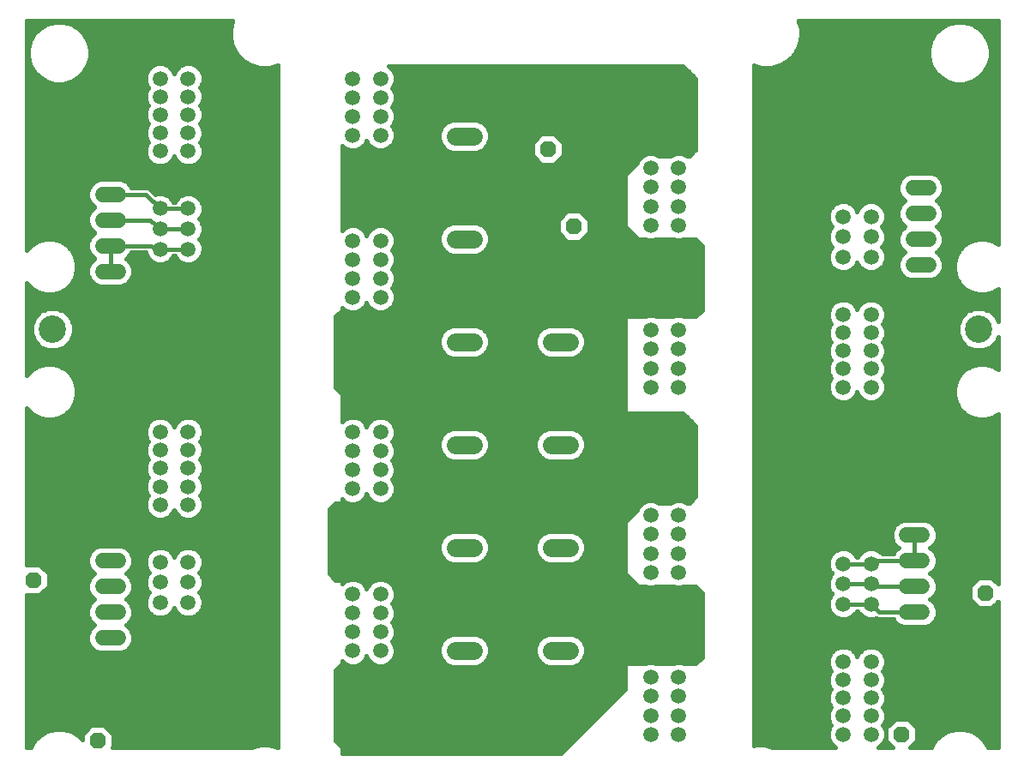
<source format=gbl>
G75*
%MOIN*%
%OFA0B0*%
%FSLAX25Y25*%
%IPPOS*%
%LPD*%
%AMOC8*
5,1,8,0,0,1.08239X$1,22.5*
%
%ADD10C,0.05906*%
%ADD11OC8,0.06300*%
%ADD12C,0.10630*%
%ADD13C,0.07050*%
%ADD14C,0.06000*%
%ADD15C,0.01600*%
D10*
X0060370Y0031807D03*
X0060370Y0039366D03*
X0060370Y0046925D03*
X0060370Y0054484D03*
X0060370Y0062043D03*
X0060370Y0069602D03*
X0071197Y0069602D03*
X0071197Y0062043D03*
X0071197Y0054484D03*
X0071197Y0046925D03*
X0071197Y0039366D03*
X0071197Y0031807D03*
X0071197Y0082161D03*
X0071197Y0090035D03*
X0071197Y0097909D03*
X0060370Y0097909D03*
X0060370Y0090035D03*
X0060370Y0082161D03*
X0060370Y0120311D03*
X0060370Y0127358D03*
X0060370Y0134406D03*
X0060370Y0141453D03*
X0060370Y0148500D03*
X0071197Y0148500D03*
X0071197Y0141453D03*
X0071197Y0134406D03*
X0071197Y0127358D03*
X0071197Y0120311D03*
X0071197Y0169307D03*
X0071197Y0176866D03*
X0071197Y0184425D03*
X0071197Y0191984D03*
X0071197Y0199543D03*
X0071197Y0207102D03*
X0060370Y0207102D03*
X0060370Y0199543D03*
X0060370Y0191984D03*
X0060370Y0184425D03*
X0060370Y0176866D03*
X0060370Y0169307D03*
X0060370Y0219661D03*
X0060370Y0227535D03*
X0060370Y0235409D03*
X0071197Y0235409D03*
X0071197Y0227535D03*
X0071197Y0219661D03*
X0071197Y0257811D03*
X0071197Y0264858D03*
X0071197Y0271906D03*
X0071197Y0278953D03*
X0071197Y0286000D03*
X0060370Y0286000D03*
X0060370Y0278953D03*
X0060370Y0271906D03*
X0060370Y0264858D03*
X0060370Y0257811D03*
X0135173Y0254504D03*
X0135173Y0247142D03*
X0135173Y0239780D03*
X0135173Y0232417D03*
X0135173Y0223008D03*
X0135173Y0215646D03*
X0135173Y0208283D03*
X0135173Y0200921D03*
X0135173Y0191512D03*
X0135173Y0184150D03*
X0135173Y0176787D03*
X0135173Y0169425D03*
X0146000Y0169425D03*
X0146000Y0176787D03*
X0146000Y0184150D03*
X0146000Y0191512D03*
X0146000Y0200921D03*
X0146000Y0208283D03*
X0146000Y0215646D03*
X0146000Y0223008D03*
X0146000Y0232417D03*
X0146000Y0239780D03*
X0146000Y0247142D03*
X0146000Y0254504D03*
X0146000Y0263913D03*
X0146000Y0271276D03*
X0146000Y0278638D03*
X0146000Y0286000D03*
X0135173Y0286000D03*
X0135173Y0278638D03*
X0135173Y0271276D03*
X0135173Y0263913D03*
X0251000Y0260488D03*
X0251000Y0267850D03*
X0251000Y0275213D03*
X0251000Y0282575D03*
X0261827Y0282575D03*
X0261827Y0275213D03*
X0261827Y0267850D03*
X0261827Y0260488D03*
X0261827Y0251079D03*
X0261827Y0243717D03*
X0261827Y0236354D03*
X0261827Y0228992D03*
X0261827Y0219583D03*
X0261827Y0212220D03*
X0261827Y0204858D03*
X0261827Y0197496D03*
X0261827Y0188087D03*
X0261827Y0180724D03*
X0261827Y0173362D03*
X0261827Y0166000D03*
X0251000Y0166000D03*
X0251000Y0173362D03*
X0251000Y0180724D03*
X0251000Y0188087D03*
X0251000Y0197496D03*
X0251000Y0204858D03*
X0251000Y0212220D03*
X0251000Y0219583D03*
X0251000Y0228992D03*
X0251000Y0236354D03*
X0251000Y0243717D03*
X0251000Y0251079D03*
X0325803Y0252457D03*
X0325803Y0244898D03*
X0336630Y0244898D03*
X0336630Y0252457D03*
X0336630Y0260016D03*
X0336630Y0267575D03*
X0336630Y0275134D03*
X0336630Y0282693D03*
X0325803Y0282693D03*
X0325803Y0275134D03*
X0325803Y0267575D03*
X0325803Y0260016D03*
X0325803Y0232339D03*
X0325803Y0224465D03*
X0325803Y0216591D03*
X0336630Y0216591D03*
X0336630Y0224465D03*
X0336630Y0232339D03*
X0336630Y0194189D03*
X0336630Y0187142D03*
X0336630Y0180094D03*
X0336630Y0173047D03*
X0336630Y0166000D03*
X0325803Y0166000D03*
X0325803Y0173047D03*
X0325803Y0180094D03*
X0325803Y0187142D03*
X0325803Y0194189D03*
X0325803Y0147693D03*
X0325803Y0140134D03*
X0325803Y0132575D03*
X0325803Y0125016D03*
X0325803Y0117457D03*
X0325803Y0109898D03*
X0336630Y0109898D03*
X0336630Y0117457D03*
X0336630Y0125016D03*
X0336630Y0132575D03*
X0336630Y0140134D03*
X0336630Y0147693D03*
X0336630Y0097339D03*
X0336630Y0089465D03*
X0336630Y0081591D03*
X0325803Y0081591D03*
X0325803Y0089465D03*
X0325803Y0097339D03*
X0325803Y0059189D03*
X0325803Y0052142D03*
X0325803Y0045094D03*
X0325803Y0038047D03*
X0325803Y0031000D03*
X0336630Y0031000D03*
X0336630Y0038047D03*
X0336630Y0045094D03*
X0336630Y0052142D03*
X0336630Y0059189D03*
X0261827Y0062496D03*
X0261827Y0069858D03*
X0261827Y0077220D03*
X0261827Y0084583D03*
X0261827Y0093992D03*
X0261827Y0101354D03*
X0261827Y0108717D03*
X0261827Y0116079D03*
X0261827Y0125488D03*
X0261827Y0132850D03*
X0261827Y0140213D03*
X0261827Y0147575D03*
X0251000Y0147575D03*
X0251000Y0140213D03*
X0251000Y0132850D03*
X0251000Y0125488D03*
X0251000Y0116079D03*
X0251000Y0108717D03*
X0251000Y0101354D03*
X0251000Y0093992D03*
X0251000Y0084583D03*
X0251000Y0077220D03*
X0251000Y0069858D03*
X0251000Y0062496D03*
X0251000Y0053087D03*
X0251000Y0045724D03*
X0251000Y0038362D03*
X0251000Y0031000D03*
X0261827Y0031000D03*
X0261827Y0038362D03*
X0261827Y0045724D03*
X0261827Y0053087D03*
X0146000Y0054012D03*
X0146000Y0046650D03*
X0146000Y0039287D03*
X0146000Y0031925D03*
X0135173Y0031925D03*
X0135173Y0039287D03*
X0135173Y0046650D03*
X0135173Y0054012D03*
X0135173Y0063421D03*
X0135173Y0070783D03*
X0135173Y0078146D03*
X0135173Y0085508D03*
X0135173Y0094917D03*
X0135173Y0102280D03*
X0135173Y0109642D03*
X0135173Y0117004D03*
X0135173Y0126413D03*
X0135173Y0133776D03*
X0135173Y0141138D03*
X0135173Y0148500D03*
X0146000Y0148500D03*
X0146000Y0141138D03*
X0146000Y0133776D03*
X0146000Y0126413D03*
X0146000Y0117004D03*
X0146000Y0109642D03*
X0146000Y0102280D03*
X0146000Y0094917D03*
X0146000Y0085508D03*
X0146000Y0078146D03*
X0146000Y0070783D03*
X0146000Y0063421D03*
D11*
X0046000Y0028500D03*
X0036000Y0028500D03*
X0011000Y0081000D03*
X0011000Y0091000D03*
X0211000Y0228500D03*
X0221000Y0228500D03*
X0221000Y0258500D03*
X0211000Y0258500D03*
X0381000Y0096000D03*
X0381000Y0086000D03*
X0358500Y0031000D03*
X0348500Y0031000D03*
D12*
X0356059Y0188500D03*
X0378500Y0188500D03*
X0040941Y0188500D03*
X0018500Y0188500D03*
D13*
X0174975Y0183657D02*
X0182025Y0183657D01*
X0182025Y0203343D02*
X0174975Y0203343D01*
X0174975Y0223657D02*
X0182025Y0223657D01*
X0182025Y0243343D02*
X0174975Y0243343D01*
X0174975Y0263657D02*
X0182025Y0263657D01*
X0182025Y0283343D02*
X0174975Y0283343D01*
X0212475Y0203343D02*
X0219525Y0203343D01*
X0219525Y0183657D02*
X0212475Y0183657D01*
X0212475Y0163343D02*
X0219525Y0163343D01*
X0219525Y0143657D02*
X0212475Y0143657D01*
X0212475Y0123343D02*
X0219525Y0123343D01*
X0219525Y0103657D02*
X0212475Y0103657D01*
X0212475Y0083343D02*
X0219525Y0083343D01*
X0219525Y0063657D02*
X0212475Y0063657D01*
X0182025Y0063657D02*
X0174975Y0063657D01*
X0174975Y0083343D02*
X0182025Y0083343D01*
X0182025Y0103657D02*
X0174975Y0103657D01*
X0174975Y0123343D02*
X0182025Y0123343D01*
X0182025Y0143657D02*
X0174975Y0143657D01*
X0174975Y0163343D02*
X0182025Y0163343D01*
D14*
X0044000Y0211000D02*
X0038000Y0211000D01*
X0038000Y0221000D02*
X0044000Y0221000D01*
X0044000Y0231000D02*
X0038000Y0231000D01*
X0038000Y0241000D02*
X0044000Y0241000D01*
X0044000Y0098500D02*
X0038000Y0098500D01*
X0038000Y0088500D02*
X0044000Y0088500D01*
X0044000Y0078500D02*
X0038000Y0078500D01*
X0038000Y0068500D02*
X0044000Y0068500D01*
X0350500Y0078500D02*
X0356500Y0078500D01*
X0356500Y0088500D02*
X0350500Y0088500D01*
X0350500Y0098500D02*
X0356500Y0098500D01*
X0356500Y0108500D02*
X0350500Y0108500D01*
X0353000Y0213500D02*
X0359000Y0213500D01*
X0359000Y0223500D02*
X0353000Y0223500D01*
X0353000Y0233500D02*
X0359000Y0233500D01*
X0359000Y0243500D02*
X0353000Y0243500D01*
D15*
X0008500Y0085085D02*
X0008500Y0026000D01*
X0010030Y0026000D01*
X0011398Y0028368D01*
X0013632Y0030602D01*
X0016368Y0032182D01*
X0019420Y0033000D01*
X0022580Y0033000D01*
X0025632Y0032182D01*
X0028368Y0030602D01*
X0030050Y0028921D01*
X0030050Y0030965D01*
X0033535Y0034450D01*
X0038465Y0034450D01*
X0041950Y0030965D01*
X0041950Y0026035D01*
X0041915Y0026000D01*
X0096263Y0026000D01*
X0099249Y0026800D01*
X0102751Y0026800D01*
X0105737Y0026000D01*
X0106000Y0026000D01*
X0106000Y0291071D01*
X0102751Y0290200D01*
X0099249Y0290200D01*
X0095866Y0291106D01*
X0092834Y0292857D01*
X0090357Y0295334D01*
X0088606Y0298366D01*
X0087700Y0301749D01*
X0087700Y0305251D01*
X0088571Y0308500D01*
X0008500Y0308500D01*
X0008500Y0219172D01*
X0008634Y0219404D01*
X0010627Y0221397D01*
X0013069Y0222807D01*
X0015791Y0223536D01*
X0018610Y0223536D01*
X0021333Y0222807D01*
X0023774Y0221397D01*
X0025767Y0219404D01*
X0027177Y0216963D01*
X0027906Y0214240D01*
X0027906Y0211421D01*
X0027177Y0208699D01*
X0025767Y0206257D01*
X0023774Y0204264D01*
X0021333Y0202855D01*
X0018610Y0202125D01*
X0015791Y0202125D01*
X0013069Y0202855D01*
X0010627Y0204264D01*
X0008634Y0206257D01*
X0008500Y0206490D01*
X0008500Y0170510D01*
X0008634Y0170743D01*
X0010627Y0172736D01*
X0013069Y0174145D01*
X0015791Y0174875D01*
X0018610Y0174875D01*
X0021333Y0174145D01*
X0023774Y0172736D01*
X0025767Y0170743D01*
X0027177Y0168301D01*
X0027906Y0165579D01*
X0027906Y0162760D01*
X0027177Y0160037D01*
X0025767Y0157596D01*
X0023774Y0155603D01*
X0021333Y0154193D01*
X0018610Y0153464D01*
X0015791Y0153464D01*
X0013069Y0154193D01*
X0010627Y0155603D01*
X0008634Y0157596D01*
X0008500Y0157828D01*
X0008500Y0096915D01*
X0008535Y0096950D01*
X0013465Y0096950D01*
X0016950Y0093465D01*
X0016950Y0088535D01*
X0013465Y0085050D01*
X0008535Y0085050D01*
X0008500Y0085085D01*
X0008500Y0084123D02*
X0034175Y0084123D01*
X0034715Y0083583D02*
X0034915Y0083500D01*
X0034715Y0083417D01*
X0033083Y0081785D01*
X0032200Y0079654D01*
X0032200Y0077346D01*
X0033083Y0075215D01*
X0034715Y0073583D01*
X0034915Y0073500D01*
X0034715Y0073417D01*
X0033083Y0071785D01*
X0032200Y0069654D01*
X0032200Y0067346D01*
X0033083Y0065215D01*
X0034715Y0063583D01*
X0036846Y0062700D01*
X0045154Y0062700D01*
X0047285Y0063583D01*
X0048917Y0065215D01*
X0049800Y0067346D01*
X0049800Y0069654D01*
X0048917Y0071785D01*
X0047285Y0073417D01*
X0047085Y0073500D01*
X0047285Y0073583D01*
X0048917Y0075215D01*
X0049800Y0077346D01*
X0049800Y0079654D01*
X0048917Y0081785D01*
X0047285Y0083417D01*
X0047085Y0083500D01*
X0047285Y0083583D01*
X0048917Y0085215D01*
X0049800Y0087346D01*
X0049800Y0089654D01*
X0048917Y0091785D01*
X0047285Y0093417D01*
X0047085Y0093500D01*
X0047285Y0093583D01*
X0048917Y0095215D01*
X0049800Y0097346D01*
X0049800Y0099654D01*
X0048917Y0101785D01*
X0047285Y0103417D01*
X0045154Y0104300D01*
X0036846Y0104300D01*
X0034715Y0103417D01*
X0033083Y0101785D01*
X0032200Y0099654D01*
X0032200Y0097346D01*
X0033083Y0095215D01*
X0034715Y0093583D01*
X0034915Y0093500D01*
X0034715Y0093417D01*
X0033083Y0091785D01*
X0032200Y0089654D01*
X0032200Y0087346D01*
X0033083Y0085215D01*
X0034715Y0083583D01*
X0033822Y0082524D02*
X0008500Y0082524D01*
X0008500Y0080926D02*
X0032727Y0080926D01*
X0032200Y0079327D02*
X0008500Y0079327D01*
X0008500Y0077729D02*
X0032200Y0077729D01*
X0032704Y0076130D02*
X0008500Y0076130D01*
X0008500Y0074532D02*
X0033766Y0074532D01*
X0034231Y0072933D02*
X0008500Y0072933D01*
X0008500Y0071334D02*
X0032896Y0071334D01*
X0032234Y0069736D02*
X0008500Y0069736D01*
X0008500Y0068137D02*
X0032200Y0068137D01*
X0032534Y0066539D02*
X0008500Y0066539D01*
X0008500Y0064940D02*
X0033357Y0064940D01*
X0035297Y0063342D02*
X0008500Y0063342D01*
X0008500Y0061743D02*
X0106000Y0061743D01*
X0106000Y0060145D02*
X0008500Y0060145D01*
X0008500Y0058546D02*
X0106000Y0058546D01*
X0106000Y0056948D02*
X0008500Y0056948D01*
X0008500Y0055349D02*
X0106000Y0055349D01*
X0106000Y0053751D02*
X0008500Y0053751D01*
X0008500Y0052152D02*
X0106000Y0052152D01*
X0106000Y0050554D02*
X0008500Y0050554D01*
X0008500Y0048955D02*
X0106000Y0048955D01*
X0106000Y0047357D02*
X0008500Y0047357D01*
X0008500Y0045758D02*
X0106000Y0045758D01*
X0106000Y0044160D02*
X0008500Y0044160D01*
X0008500Y0042561D02*
X0106000Y0042561D01*
X0106000Y0040963D02*
X0008500Y0040963D01*
X0008500Y0039364D02*
X0106000Y0039364D01*
X0106000Y0037766D02*
X0008500Y0037766D01*
X0008500Y0036167D02*
X0106000Y0036167D01*
X0106000Y0034569D02*
X0008500Y0034569D01*
X0008500Y0032970D02*
X0019309Y0032970D01*
X0022691Y0032970D02*
X0032056Y0032970D01*
X0030457Y0031372D02*
X0027036Y0031372D01*
X0029197Y0029773D02*
X0030050Y0029773D01*
X0039944Y0032970D02*
X0106000Y0032970D01*
X0106000Y0031372D02*
X0041543Y0031372D01*
X0041950Y0029773D02*
X0106000Y0029773D01*
X0106000Y0028175D02*
X0041950Y0028175D01*
X0041950Y0026576D02*
X0098414Y0026576D01*
X0103586Y0026576D02*
X0106000Y0026576D01*
X0128500Y0028500D02*
X0128500Y0056000D01*
X0131000Y0058500D01*
X0132022Y0058500D01*
X0134029Y0057669D01*
X0136318Y0057669D01*
X0138325Y0058500D01*
X0142848Y0058500D01*
X0144856Y0057669D01*
X0147144Y0057669D01*
X0149259Y0058544D01*
X0150877Y0060163D01*
X0151382Y0061382D01*
X0156000Y0066000D01*
X0156000Y0086000D01*
X0151000Y0091000D01*
X0147773Y0091000D01*
X0147144Y0091261D01*
X0144856Y0091261D01*
X0144227Y0091000D01*
X0136947Y0091000D01*
X0136318Y0091261D01*
X0134029Y0091261D01*
X0133400Y0091000D01*
X0128500Y0091000D01*
X0126000Y0093500D01*
X0126000Y0118500D01*
X0128500Y0121000D01*
X0133210Y0121000D01*
X0134029Y0120661D01*
X0136318Y0120661D01*
X0137137Y0121000D01*
X0144036Y0121000D01*
X0144856Y0120661D01*
X0147144Y0120661D01*
X0147964Y0121000D01*
X0156000Y0121000D01*
X0170931Y0108558D01*
X0169613Y0107240D01*
X0168650Y0104916D01*
X0168650Y0102399D01*
X0169613Y0100075D01*
X0171392Y0098295D01*
X0173717Y0097332D01*
X0174723Y0097332D01*
X0178500Y0086000D01*
X0191000Y0086000D01*
X0196000Y0081000D01*
X0196000Y0053500D01*
X0191000Y0046000D01*
X0188500Y0046000D01*
X0181000Y0041000D01*
X0188500Y0038500D01*
X0178500Y0023500D01*
X0133500Y0023500D01*
X0128500Y0028500D01*
X0128825Y0028175D02*
X0181616Y0028175D01*
X0180551Y0026576D02*
X0130424Y0026576D01*
X0131000Y0026576D02*
X0219076Y0026576D01*
X0217478Y0024978D02*
X0131000Y0024978D01*
X0132022Y0024978D02*
X0179485Y0024978D01*
X0182682Y0029773D02*
X0128500Y0029773D01*
X0128500Y0031372D02*
X0183748Y0031372D01*
X0184813Y0032970D02*
X0128500Y0032970D01*
X0128500Y0034569D02*
X0185879Y0034569D01*
X0186945Y0036167D02*
X0128500Y0036167D01*
X0128500Y0037766D02*
X0188011Y0037766D01*
X0185907Y0039364D02*
X0128500Y0039364D01*
X0128500Y0040963D02*
X0181112Y0040963D01*
X0183342Y0042561D02*
X0128500Y0042561D01*
X0128500Y0044160D02*
X0185740Y0044160D01*
X0188137Y0045758D02*
X0128500Y0045758D01*
X0128500Y0047357D02*
X0191905Y0047357D01*
X0192970Y0048955D02*
X0128500Y0048955D01*
X0128500Y0050554D02*
X0194036Y0050554D01*
X0195102Y0052152D02*
X0128500Y0052152D01*
X0128500Y0053751D02*
X0196000Y0053751D01*
X0196000Y0055349D02*
X0128500Y0055349D01*
X0129448Y0056948D02*
X0196000Y0056948D01*
X0196000Y0058546D02*
X0185859Y0058546D01*
X0208641Y0058546D01*
X0208892Y0058295D02*
X0211217Y0057332D01*
X0220783Y0057332D01*
X0223108Y0058295D01*
X0224887Y0060075D01*
X0225850Y0062399D01*
X0225850Y0064916D01*
X0224887Y0067240D01*
X0223108Y0069020D01*
X0220783Y0069982D01*
X0211217Y0069982D01*
X0208892Y0069020D01*
X0207113Y0067240D01*
X0206150Y0064916D01*
X0206150Y0062399D01*
X0207113Y0060075D01*
X0208892Y0058295D01*
X0207084Y0060145D02*
X0187416Y0060145D01*
X0196000Y0060145D01*
X0196000Y0061743D02*
X0188078Y0061743D01*
X0206422Y0061743D01*
X0206150Y0063342D02*
X0188350Y0063342D01*
X0196000Y0063342D01*
X0196000Y0064940D02*
X0188340Y0064940D01*
X0206160Y0064940D01*
X0206822Y0066539D02*
X0187678Y0066539D01*
X0196000Y0066539D01*
X0196000Y0068137D02*
X0186490Y0068137D01*
X0208010Y0068137D01*
X0210622Y0069736D02*
X0183878Y0069736D01*
X0196000Y0069736D01*
X0196000Y0071334D02*
X0156000Y0071334D01*
X0156000Y0069736D02*
X0173122Y0069736D01*
X0151753Y0069736D01*
X0151753Y0069639D02*
X0151753Y0071928D01*
X0150877Y0074042D01*
X0150455Y0074465D01*
X0150877Y0074887D01*
X0151753Y0077001D01*
X0151753Y0079290D01*
X0150877Y0081404D01*
X0150455Y0081827D01*
X0150877Y0082249D01*
X0151753Y0084364D01*
X0151753Y0086652D01*
X0150877Y0088767D01*
X0149259Y0090385D01*
X0147144Y0091261D01*
X0144856Y0091261D01*
X0142741Y0090385D01*
X0141123Y0088767D01*
X0140587Y0087471D01*
X0140050Y0088767D01*
X0138432Y0090385D01*
X0136318Y0091261D01*
X0134029Y0091261D01*
X0131915Y0090385D01*
X0131000Y0089470D01*
X0131000Y0122451D01*
X0131915Y0121536D01*
X0134029Y0120661D01*
X0136318Y0120661D01*
X0138432Y0121536D01*
X0140050Y0123155D01*
X0140587Y0124450D01*
X0141123Y0123155D01*
X0142741Y0121536D01*
X0144856Y0120661D01*
X0147144Y0120661D01*
X0149259Y0121536D01*
X0150877Y0123155D01*
X0151753Y0125269D01*
X0151753Y0127558D01*
X0150877Y0129672D01*
X0150455Y0130094D01*
X0150877Y0130517D01*
X0151753Y0132631D01*
X0151753Y0134920D01*
X0150877Y0137034D01*
X0150455Y0137457D01*
X0150877Y0137879D01*
X0151753Y0139993D01*
X0151753Y0142282D01*
X0150877Y0144396D01*
X0150455Y0144819D01*
X0150877Y0145241D01*
X0151753Y0147356D01*
X0151753Y0149644D01*
X0150877Y0151759D01*
X0149259Y0153377D01*
X0147144Y0154253D01*
X0144856Y0154253D01*
X0142741Y0153377D01*
X0141123Y0151759D01*
X0140587Y0150464D01*
X0140050Y0151759D01*
X0138432Y0153377D01*
X0136318Y0154253D01*
X0134029Y0154253D01*
X0131915Y0153377D01*
X0131000Y0152462D01*
X0131000Y0196959D01*
X0131915Y0196044D01*
X0134029Y0195169D01*
X0136318Y0195169D01*
X0138432Y0196044D01*
X0140050Y0197663D01*
X0140587Y0198958D01*
X0141123Y0197663D01*
X0142741Y0196044D01*
X0144856Y0195169D01*
X0147144Y0195169D01*
X0149259Y0196044D01*
X0150877Y0197663D01*
X0151753Y0199777D01*
X0151753Y0202066D01*
X0150877Y0204180D01*
X0150455Y0204602D01*
X0150877Y0205025D01*
X0151753Y0207139D01*
X0151753Y0209428D01*
X0150877Y0211542D01*
X0150455Y0211965D01*
X0150877Y0212387D01*
X0151753Y0214501D01*
X0151753Y0216790D01*
X0150877Y0218904D01*
X0150455Y0219327D01*
X0150877Y0219749D01*
X0151753Y0221864D01*
X0151753Y0224152D01*
X0150877Y0226267D01*
X0149259Y0227885D01*
X0147144Y0228761D01*
X0144856Y0228761D01*
X0142741Y0227885D01*
X0141123Y0226267D01*
X0140587Y0224971D01*
X0140050Y0226267D01*
X0138432Y0227885D01*
X0136318Y0228761D01*
X0134029Y0228761D01*
X0131915Y0227885D01*
X0131000Y0226970D01*
X0131000Y0259951D01*
X0131915Y0259036D01*
X0134029Y0258161D01*
X0136318Y0258161D01*
X0138432Y0259036D01*
X0140050Y0260655D01*
X0140587Y0261950D01*
X0141123Y0260655D01*
X0142741Y0259036D01*
X0144856Y0258161D01*
X0147144Y0258161D01*
X0149259Y0259036D01*
X0150877Y0260655D01*
X0151753Y0262769D01*
X0151753Y0265058D01*
X0150877Y0267172D01*
X0150455Y0267594D01*
X0150877Y0268017D01*
X0151753Y0270131D01*
X0151753Y0272420D01*
X0150877Y0274534D01*
X0150455Y0274957D01*
X0150877Y0275379D01*
X0151753Y0277493D01*
X0151753Y0279782D01*
X0150877Y0281896D01*
X0150455Y0282319D01*
X0150877Y0282741D01*
X0151753Y0284856D01*
X0151753Y0287144D01*
X0150877Y0289259D01*
X0149259Y0290877D01*
X0148962Y0291000D01*
X0241000Y0291000D01*
X0263500Y0291000D01*
X0268500Y0286000D01*
X0268500Y0258500D01*
X0266000Y0256000D01*
X0264978Y0256000D01*
X0262971Y0256831D01*
X0260682Y0256831D01*
X0258675Y0256000D01*
X0254152Y0256000D01*
X0252144Y0256831D01*
X0249856Y0256831D01*
X0247741Y0255956D01*
X0246123Y0254337D01*
X0245618Y0253118D01*
X0241000Y0248500D01*
X0241000Y0228500D01*
X0246000Y0223500D01*
X0249227Y0223500D01*
X0249856Y0223239D01*
X0252144Y0223239D01*
X0252773Y0223500D01*
X0260053Y0223500D01*
X0260682Y0223239D01*
X0262971Y0223239D01*
X0263600Y0223500D01*
X0268500Y0223500D01*
X0271000Y0221000D01*
X0271000Y0196000D01*
X0268500Y0193500D01*
X0263790Y0193500D01*
X0262971Y0193839D01*
X0260682Y0193839D01*
X0259863Y0193500D01*
X0252964Y0193500D01*
X0252144Y0193839D01*
X0249856Y0193839D01*
X0249036Y0193500D01*
X0241000Y0193500D01*
X0226000Y0206000D01*
X0220483Y0222550D01*
X0223465Y0222550D01*
X0226950Y0226035D01*
X0226950Y0230965D01*
X0223465Y0234450D01*
X0218535Y0234450D01*
X0215050Y0230965D01*
X0215050Y0228500D01*
X0206000Y0228500D01*
X0201000Y0233500D01*
X0201000Y0261000D01*
X0206000Y0268500D01*
X0206000Y0276000D01*
X0213500Y0278500D01*
X0221000Y0276000D01*
X0231000Y0286000D01*
X0241000Y0291000D01*
X0241000Y0048500D01*
X0216000Y0023500D01*
X0131000Y0023500D01*
X0131000Y0059459D01*
X0131915Y0058544D01*
X0134029Y0057669D01*
X0136318Y0057669D01*
X0138432Y0058544D01*
X0140050Y0060163D01*
X0140587Y0061458D01*
X0141123Y0060163D01*
X0142741Y0058544D01*
X0144856Y0057669D01*
X0147144Y0057669D01*
X0149259Y0058544D01*
X0150877Y0060163D01*
X0151753Y0062277D01*
X0151753Y0064566D01*
X0150877Y0066680D01*
X0150455Y0067102D01*
X0150877Y0067525D01*
X0151753Y0069639D01*
X0151131Y0068137D02*
X0170510Y0068137D01*
X0156000Y0068137D01*
X0156000Y0066539D02*
X0169322Y0066539D01*
X0150935Y0066539D01*
X0151597Y0064940D02*
X0168660Y0064940D01*
X0154940Y0064940D01*
X0153342Y0063342D02*
X0168650Y0063342D01*
X0151753Y0063342D01*
X0151743Y0061743D02*
X0168922Y0061743D01*
X0151532Y0061743D01*
X0150859Y0060145D02*
X0169584Y0060145D01*
X0150859Y0060145D01*
X0149261Y0058546D02*
X0171141Y0058546D01*
X0149261Y0058546D01*
X0142739Y0058546D02*
X0138434Y0058546D01*
X0140033Y0060145D02*
X0141141Y0060145D01*
X0131912Y0058546D02*
X0131000Y0058546D01*
X0131000Y0056948D02*
X0241000Y0056948D01*
X0241000Y0058500D02*
X0226000Y0071000D01*
X0218500Y0093500D01*
X0213500Y0093500D01*
X0208500Y0098500D01*
X0208500Y0098688D01*
X0208892Y0098295D01*
X0211217Y0097332D01*
X0220783Y0097332D01*
X0223108Y0098295D01*
X0224887Y0100075D01*
X0225850Y0102399D01*
X0225850Y0104916D01*
X0224887Y0107240D01*
X0223108Y0109020D01*
X0220783Y0109982D01*
X0211217Y0109982D01*
X0208892Y0109020D01*
X0208500Y0108627D01*
X0208500Y0126000D01*
X0213500Y0133500D01*
X0216000Y0133500D01*
X0223500Y0138500D01*
X0223406Y0138594D01*
X0224887Y0140075D01*
X0225850Y0142399D01*
X0225850Y0144916D01*
X0225576Y0145576D01*
X0231000Y0151000D01*
X0241000Y0156000D01*
X0263500Y0156000D01*
X0268500Y0151000D01*
X0268500Y0123500D01*
X0266000Y0121000D01*
X0264978Y0121000D01*
X0262971Y0121831D01*
X0260682Y0121831D01*
X0258675Y0121000D01*
X0254152Y0121000D01*
X0252144Y0121831D01*
X0249856Y0121831D01*
X0247741Y0120956D01*
X0246123Y0119337D01*
X0245618Y0118118D01*
X0241000Y0113500D01*
X0241000Y0093500D01*
X0246000Y0088500D01*
X0249227Y0088500D01*
X0249856Y0088239D01*
X0252144Y0088239D01*
X0252773Y0088500D01*
X0260053Y0088500D01*
X0260682Y0088239D01*
X0262971Y0088239D01*
X0263600Y0088500D01*
X0268500Y0088500D01*
X0271000Y0086000D01*
X0271000Y0061000D01*
X0268500Y0058500D01*
X0263790Y0058500D01*
X0262971Y0058839D01*
X0260682Y0058839D01*
X0259863Y0058500D01*
X0252964Y0058500D01*
X0252144Y0058839D01*
X0249856Y0058839D01*
X0249036Y0058500D01*
X0241000Y0058500D01*
X0241000Y0058546D02*
X0223359Y0058546D01*
X0224916Y0060145D02*
X0241000Y0060145D01*
X0241000Y0061743D02*
X0225578Y0061743D01*
X0225850Y0063342D02*
X0241000Y0063342D01*
X0241000Y0064940D02*
X0225840Y0064940D01*
X0225178Y0066539D02*
X0241000Y0066539D01*
X0241000Y0068137D02*
X0223990Y0068137D01*
X0221378Y0069736D02*
X0241000Y0069736D01*
X0241000Y0071334D02*
X0151753Y0071334D01*
X0151336Y0072933D02*
X0241000Y0072933D01*
X0241000Y0074532D02*
X0150521Y0074532D01*
X0151392Y0076130D02*
X0241000Y0076130D01*
X0241000Y0077729D02*
X0151753Y0077729D01*
X0151737Y0079327D02*
X0241000Y0079327D01*
X0241000Y0080926D02*
X0151075Y0080926D01*
X0150991Y0082524D02*
X0241000Y0082524D01*
X0241000Y0084123D02*
X0151653Y0084123D01*
X0151753Y0085721D02*
X0241000Y0085721D01*
X0241000Y0087320D02*
X0151476Y0087320D01*
X0150725Y0088918D02*
X0241000Y0088918D01*
X0241000Y0090517D02*
X0148940Y0090517D01*
X0151483Y0090517D02*
X0176994Y0090517D01*
X0176462Y0092115D02*
X0127385Y0092115D01*
X0126000Y0093714D02*
X0175929Y0093714D01*
X0175396Y0095312D02*
X0126000Y0095312D01*
X0126000Y0096911D02*
X0174863Y0096911D01*
X0173717Y0097332D02*
X0171392Y0098295D01*
X0169613Y0100075D01*
X0168650Y0102399D01*
X0168650Y0104916D01*
X0169613Y0107240D01*
X0171392Y0109020D01*
X0173717Y0109982D01*
X0183283Y0109982D01*
X0185608Y0109020D01*
X0187387Y0107240D01*
X0188350Y0104916D01*
X0188350Y0102399D01*
X0187387Y0100075D01*
X0185608Y0098295D01*
X0183283Y0097332D01*
X0173717Y0097332D01*
X0171178Y0098509D02*
X0126000Y0098509D01*
X0126000Y0100108D02*
X0169599Y0100108D01*
X0131000Y0100108D01*
X0131000Y0101706D02*
X0168937Y0101706D01*
X0126000Y0101706D01*
X0126000Y0103305D02*
X0168650Y0103305D01*
X0131000Y0103305D01*
X0131000Y0104903D02*
X0168650Y0104903D01*
X0126000Y0104903D01*
X0126000Y0106502D02*
X0169307Y0106502D01*
X0131000Y0106502D01*
X0131000Y0108100D02*
X0170473Y0108100D01*
X0126000Y0108100D01*
X0126000Y0109699D02*
X0169561Y0109699D01*
X0167643Y0111297D02*
X0126000Y0111297D01*
X0126000Y0112896D02*
X0165725Y0112896D01*
X0163807Y0114494D02*
X0126000Y0114494D01*
X0126000Y0116093D02*
X0161889Y0116093D01*
X0159970Y0117691D02*
X0126000Y0117691D01*
X0126790Y0119290D02*
X0158052Y0119290D01*
X0156134Y0120888D02*
X0147694Y0120888D01*
X0241000Y0120888D01*
X0241000Y0119290D02*
X0131000Y0119290D01*
X0131000Y0120888D02*
X0133479Y0120888D01*
X0128388Y0120888D01*
X0131000Y0117691D02*
X0241000Y0117691D01*
X0241000Y0116093D02*
X0131000Y0116093D01*
X0131000Y0114494D02*
X0241000Y0114494D01*
X0241994Y0114494D02*
X0208500Y0114494D01*
X0208500Y0112896D02*
X0241000Y0112896D01*
X0131000Y0112896D01*
X0131000Y0111297D02*
X0241000Y0111297D01*
X0208500Y0111297D01*
X0208500Y0109699D02*
X0210532Y0109699D01*
X0183968Y0109699D01*
X0186527Y0108100D02*
X0207973Y0108100D01*
X0207113Y0107240D02*
X0208892Y0109020D01*
X0211217Y0109982D01*
X0220783Y0109982D01*
X0223108Y0109020D01*
X0224887Y0107240D01*
X0225850Y0104916D01*
X0225850Y0102399D01*
X0224887Y0100075D01*
X0223108Y0098295D01*
X0220783Y0097332D01*
X0211217Y0097332D01*
X0208892Y0098295D01*
X0207113Y0100075D01*
X0206150Y0102399D01*
X0206150Y0104916D01*
X0207113Y0107240D01*
X0206807Y0106502D02*
X0187693Y0106502D01*
X0188350Y0104903D02*
X0206150Y0104903D01*
X0206150Y0103305D02*
X0188350Y0103305D01*
X0188063Y0101706D02*
X0206437Y0101706D01*
X0207099Y0100108D02*
X0187401Y0100108D01*
X0185822Y0098509D02*
X0208678Y0098509D01*
X0208500Y0098509D01*
X0210089Y0096911D02*
X0241000Y0096911D01*
X0131000Y0096911D01*
X0131000Y0098509D02*
X0171178Y0098509D01*
X0173032Y0109699D02*
X0131000Y0109699D01*
X0136867Y0120888D02*
X0144306Y0120888D01*
X0136867Y0120888D01*
X0139382Y0122487D02*
X0141791Y0122487D01*
X0140738Y0124085D02*
X0140436Y0124085D01*
X0150209Y0122487D02*
X0241000Y0122487D01*
X0241000Y0124085D02*
X0151262Y0124085D01*
X0151753Y0125684D02*
X0241000Y0125684D01*
X0241000Y0127282D02*
X0151753Y0127282D01*
X0151205Y0128881D02*
X0241000Y0128881D01*
X0241000Y0130479D02*
X0150839Y0130479D01*
X0151524Y0132078D02*
X0241000Y0132078D01*
X0241000Y0133676D02*
X0151753Y0133676D01*
X0151606Y0135275D02*
X0241000Y0135275D01*
X0241000Y0136873D02*
X0150944Y0136873D01*
X0151123Y0138472D02*
X0171216Y0138472D01*
X0171392Y0138295D02*
X0173717Y0137332D01*
X0183283Y0137332D01*
X0185608Y0138295D01*
X0187387Y0140075D01*
X0188350Y0142399D01*
X0188350Y0144916D01*
X0187387Y0147240D01*
X0185608Y0149020D01*
X0183283Y0149982D01*
X0173717Y0149982D01*
X0171392Y0149020D01*
X0169613Y0147240D01*
X0168650Y0144916D01*
X0168650Y0142399D01*
X0169613Y0140075D01*
X0171392Y0138295D01*
X0169617Y0140070D02*
X0151753Y0140070D01*
X0151753Y0141669D02*
X0168953Y0141669D01*
X0168650Y0143268D02*
X0151345Y0143268D01*
X0150502Y0144866D02*
X0168650Y0144866D01*
X0169292Y0146465D02*
X0151384Y0146465D01*
X0151753Y0148063D02*
X0170436Y0148063D01*
X0172942Y0149662D02*
X0151746Y0149662D01*
X0151083Y0151260D02*
X0241000Y0151260D01*
X0241000Y0149662D02*
X0221558Y0149662D01*
X0220783Y0149982D02*
X0223108Y0149020D01*
X0224887Y0147240D01*
X0225850Y0144916D01*
X0225850Y0142399D01*
X0224887Y0140075D01*
X0223108Y0138295D01*
X0220783Y0137332D01*
X0211217Y0137332D01*
X0208892Y0138295D01*
X0207113Y0140075D01*
X0206150Y0142399D01*
X0206150Y0144916D01*
X0207113Y0147240D01*
X0208892Y0149020D01*
X0211217Y0149982D01*
X0220783Y0149982D01*
X0224064Y0148063D02*
X0241000Y0148063D01*
X0241000Y0146465D02*
X0225208Y0146465D01*
X0226465Y0146465D02*
X0268500Y0146465D01*
X0268500Y0148063D02*
X0228063Y0148063D01*
X0229662Y0149662D02*
X0268500Y0149662D01*
X0268240Y0151260D02*
X0231520Y0151260D01*
X0234717Y0152859D02*
X0266641Y0152859D01*
X0265043Y0154457D02*
X0237914Y0154457D01*
X0241000Y0154457D02*
X0131000Y0154457D01*
X0131000Y0152859D02*
X0131396Y0152859D01*
X0131000Y0156056D02*
X0241000Y0156056D01*
X0241000Y0157654D02*
X0131000Y0157654D01*
X0131000Y0159253D02*
X0241000Y0159253D01*
X0241000Y0160851D02*
X0131000Y0160851D01*
X0131000Y0162450D02*
X0241000Y0162450D01*
X0241000Y0164048D02*
X0131000Y0164048D01*
X0130452Y0164048D02*
X0162096Y0164048D01*
X0158899Y0162450D02*
X0132050Y0162450D01*
X0133500Y0161000D02*
X0128500Y0166000D01*
X0128500Y0193500D01*
X0131000Y0196000D01*
X0131607Y0196352D01*
X0131915Y0196044D01*
X0134029Y0195169D01*
X0136318Y0195169D01*
X0138432Y0196044D01*
X0140050Y0197663D01*
X0140587Y0198958D01*
X0141123Y0197663D01*
X0142741Y0196044D01*
X0144856Y0195169D01*
X0147144Y0195169D01*
X0149259Y0196044D01*
X0150877Y0197663D01*
X0151753Y0199777D01*
X0151753Y0202066D01*
X0150877Y0204180D01*
X0150455Y0204602D01*
X0150877Y0205025D01*
X0151753Y0207139D01*
X0151753Y0208015D01*
X0170702Y0218985D01*
X0171392Y0218295D01*
X0173717Y0217332D01*
X0183283Y0217332D01*
X0185608Y0218295D01*
X0187387Y0220075D01*
X0188350Y0222399D01*
X0188350Y0224916D01*
X0187387Y0227240D01*
X0185608Y0229020D01*
X0183283Y0229982D01*
X0173717Y0229982D01*
X0171392Y0229020D01*
X0169613Y0227240D01*
X0168650Y0224916D01*
X0168650Y0222399D01*
X0169613Y0220075D01*
X0171392Y0218295D01*
X0173717Y0217332D01*
X0183283Y0217332D01*
X0185608Y0218295D01*
X0187387Y0220075D01*
X0188350Y0222399D01*
X0188350Y0223500D01*
X0191000Y0223500D01*
X0196000Y0218500D01*
X0196000Y0191000D01*
X0191000Y0183500D01*
X0188500Y0183500D01*
X0188350Y0183400D01*
X0188350Y0184916D01*
X0187387Y0187240D01*
X0185608Y0189020D01*
X0183283Y0189982D01*
X0173717Y0189982D01*
X0171392Y0189020D01*
X0169613Y0187240D01*
X0168650Y0184916D01*
X0168650Y0182399D01*
X0169613Y0180075D01*
X0171392Y0178295D01*
X0173717Y0177332D01*
X0183283Y0177332D01*
X0185608Y0178295D01*
X0187387Y0180075D01*
X0188350Y0182399D01*
X0188350Y0184916D01*
X0187387Y0187240D01*
X0185608Y0189020D01*
X0183283Y0189982D01*
X0173717Y0189982D01*
X0171392Y0189020D01*
X0169613Y0187240D01*
X0168650Y0184916D01*
X0168650Y0182399D01*
X0169613Y0180075D01*
X0171392Y0178295D01*
X0173717Y0177332D01*
X0178665Y0177332D01*
X0176000Y0176000D01*
X0166000Y0166000D01*
X0156000Y0161000D01*
X0133500Y0161000D01*
X0131000Y0165647D02*
X0241000Y0165647D01*
X0241000Y0167245D02*
X0131000Y0167245D01*
X0131000Y0168844D02*
X0241000Y0168844D01*
X0241000Y0170442D02*
X0131000Y0170442D01*
X0131000Y0172041D02*
X0241000Y0172041D01*
X0241000Y0173639D02*
X0131000Y0173639D01*
X0131000Y0175238D02*
X0241000Y0175238D01*
X0241000Y0176836D02*
X0131000Y0176836D01*
X0131000Y0178435D02*
X0171253Y0178435D01*
X0128500Y0178435D01*
X0128500Y0180033D02*
X0169654Y0180033D01*
X0131000Y0180033D01*
X0131000Y0181632D02*
X0168968Y0181632D01*
X0128500Y0181632D01*
X0128500Y0183230D02*
X0168650Y0183230D01*
X0131000Y0183230D01*
X0131000Y0184829D02*
X0168650Y0184829D01*
X0128500Y0184829D01*
X0128500Y0186427D02*
X0169276Y0186427D01*
X0131000Y0186427D01*
X0131000Y0188026D02*
X0170398Y0188026D01*
X0128500Y0188026D01*
X0128500Y0189624D02*
X0172852Y0189624D01*
X0131000Y0189624D01*
X0131000Y0191223D02*
X0241000Y0191223D01*
X0241000Y0192821D02*
X0131000Y0192821D01*
X0131000Y0194420D02*
X0241000Y0194420D01*
X0239896Y0194420D02*
X0269420Y0194420D01*
X0271000Y0196018D02*
X0237978Y0196018D01*
X0236060Y0197617D02*
X0271000Y0197617D01*
X0271000Y0199215D02*
X0234142Y0199215D01*
X0232223Y0200814D02*
X0271000Y0200814D01*
X0271000Y0202412D02*
X0230305Y0202412D01*
X0228387Y0204011D02*
X0271000Y0204011D01*
X0271000Y0205609D02*
X0226469Y0205609D01*
X0225597Y0207208D02*
X0271000Y0207208D01*
X0271000Y0208806D02*
X0225065Y0208806D01*
X0224532Y0210405D02*
X0271000Y0210405D01*
X0271000Y0212003D02*
X0223999Y0212003D01*
X0223466Y0213602D02*
X0271000Y0213602D01*
X0271000Y0215201D02*
X0222933Y0215201D01*
X0222400Y0216799D02*
X0271000Y0216799D01*
X0271000Y0218398D02*
X0221867Y0218398D01*
X0221335Y0219996D02*
X0271000Y0219996D01*
X0270405Y0221595D02*
X0220802Y0221595D01*
X0218535Y0222550D02*
X0223465Y0222550D01*
X0226950Y0226035D01*
X0226950Y0230965D01*
X0223465Y0234450D01*
X0218535Y0234450D01*
X0215050Y0230965D01*
X0215050Y0226035D01*
X0218535Y0222550D01*
X0217892Y0223193D02*
X0188350Y0223193D01*
X0191307Y0223193D01*
X0192905Y0221595D02*
X0188017Y0221595D01*
X0241000Y0221595D01*
X0241000Y0223193D02*
X0224108Y0223193D01*
X0268807Y0223193D01*
X0291000Y0223193D02*
X0320103Y0223193D01*
X0320050Y0223320D02*
X0320926Y0221206D01*
X0321605Y0220528D01*
X0320926Y0219849D01*
X0320050Y0217735D01*
X0320050Y0215446D01*
X0320926Y0213332D01*
X0322544Y0211714D01*
X0324659Y0210838D01*
X0326947Y0210838D01*
X0329062Y0211714D01*
X0330680Y0213332D01*
X0331217Y0214627D01*
X0331753Y0213332D01*
X0333371Y0211714D01*
X0335486Y0210838D01*
X0337774Y0210838D01*
X0339889Y0211714D01*
X0341507Y0213332D01*
X0342383Y0215446D01*
X0342383Y0217735D01*
X0341507Y0219849D01*
X0340829Y0220528D01*
X0341507Y0221206D01*
X0342383Y0223320D01*
X0342383Y0225609D01*
X0341507Y0227723D01*
X0340829Y0228402D01*
X0341507Y0229080D01*
X0342383Y0231194D01*
X0342383Y0233483D01*
X0341507Y0235597D01*
X0339889Y0237216D01*
X0337774Y0238091D01*
X0335486Y0238091D01*
X0333371Y0237216D01*
X0331753Y0235597D01*
X0331217Y0234302D01*
X0330680Y0235597D01*
X0329062Y0237216D01*
X0326947Y0238091D01*
X0324659Y0238091D01*
X0322544Y0237216D01*
X0320926Y0235597D01*
X0320050Y0233483D01*
X0320050Y0231194D01*
X0320926Y0229080D01*
X0321605Y0228402D01*
X0320926Y0227723D01*
X0320050Y0225609D01*
X0320050Y0223320D01*
X0320050Y0224792D02*
X0291000Y0224792D01*
X0291000Y0226390D02*
X0320374Y0226390D01*
X0321192Y0227989D02*
X0291000Y0227989D01*
X0291000Y0229587D02*
X0320716Y0229587D01*
X0320054Y0231186D02*
X0291000Y0231186D01*
X0291000Y0232784D02*
X0320050Y0232784D01*
X0320423Y0234383D02*
X0291000Y0234383D01*
X0291000Y0235981D02*
X0321310Y0235981D01*
X0323424Y0237580D02*
X0291000Y0237580D01*
X0291000Y0239178D02*
X0349119Y0239178D01*
X0349715Y0238583D02*
X0349915Y0238500D01*
X0349715Y0238417D01*
X0348083Y0236785D01*
X0347200Y0234654D01*
X0347200Y0232346D01*
X0348083Y0230215D01*
X0349715Y0228583D01*
X0349915Y0228500D01*
X0349715Y0228417D01*
X0348083Y0226785D01*
X0347200Y0224654D01*
X0347200Y0222346D01*
X0348083Y0220215D01*
X0349715Y0218583D01*
X0349915Y0218500D01*
X0349715Y0218417D01*
X0348083Y0216785D01*
X0347200Y0214654D01*
X0347200Y0212346D01*
X0348083Y0210215D01*
X0349715Y0208583D01*
X0351846Y0207700D01*
X0360154Y0207700D01*
X0362285Y0208583D01*
X0363917Y0210215D01*
X0364800Y0212346D01*
X0364800Y0214654D01*
X0363917Y0216785D01*
X0362285Y0218417D01*
X0362085Y0218500D01*
X0362285Y0218583D01*
X0363917Y0220215D01*
X0364800Y0222346D01*
X0364800Y0224654D01*
X0363917Y0226785D01*
X0362285Y0228417D01*
X0362085Y0228500D01*
X0362285Y0228583D01*
X0363917Y0230215D01*
X0364800Y0232346D01*
X0364800Y0234654D01*
X0363917Y0236785D01*
X0362285Y0238417D01*
X0362085Y0238500D01*
X0362285Y0238583D01*
X0363917Y0240215D01*
X0364800Y0242346D01*
X0364800Y0244654D01*
X0363917Y0246785D01*
X0362285Y0248417D01*
X0360154Y0249300D01*
X0351846Y0249300D01*
X0349715Y0248417D01*
X0348083Y0246785D01*
X0347200Y0244654D01*
X0347200Y0242346D01*
X0348083Y0240215D01*
X0349715Y0238583D01*
X0348877Y0237580D02*
X0339009Y0237580D01*
X0341123Y0235981D02*
X0347750Y0235981D01*
X0347200Y0234383D02*
X0342010Y0234383D01*
X0342383Y0232784D02*
X0347200Y0232784D01*
X0347681Y0231186D02*
X0342379Y0231186D01*
X0341717Y0229587D02*
X0348710Y0229587D01*
X0349286Y0227989D02*
X0341241Y0227989D01*
X0342059Y0226390D02*
X0347919Y0226390D01*
X0347257Y0224792D02*
X0342383Y0224792D01*
X0342330Y0223193D02*
X0347200Y0223193D01*
X0347511Y0221595D02*
X0341668Y0221595D01*
X0341360Y0219996D02*
X0348302Y0219996D01*
X0349695Y0218398D02*
X0342108Y0218398D01*
X0342383Y0216799D02*
X0348097Y0216799D01*
X0347427Y0215201D02*
X0342281Y0215201D01*
X0341619Y0213602D02*
X0347200Y0213602D01*
X0347342Y0212003D02*
X0340178Y0212003D01*
X0333081Y0212003D02*
X0329352Y0212003D01*
X0330792Y0213602D02*
X0331641Y0213602D01*
X0322255Y0212003D02*
X0291000Y0212003D01*
X0291000Y0210405D02*
X0348004Y0210405D01*
X0349491Y0208806D02*
X0291000Y0208806D01*
X0291000Y0207208D02*
X0370684Y0207208D01*
X0371233Y0206257D02*
X0369823Y0208699D01*
X0369094Y0211421D01*
X0369094Y0214240D01*
X0369823Y0216963D01*
X0371233Y0219404D01*
X0373226Y0221397D01*
X0375667Y0222807D01*
X0378390Y0223536D01*
X0381209Y0223536D01*
X0383931Y0222807D01*
X0386000Y0221612D01*
X0386000Y0308500D01*
X0308429Y0308500D01*
X0309300Y0305251D01*
X0309300Y0301749D01*
X0308394Y0298366D01*
X0306643Y0295334D01*
X0304166Y0292857D01*
X0301134Y0291106D01*
X0297751Y0290200D01*
X0294249Y0290200D01*
X0291000Y0291071D01*
X0291000Y0026599D01*
X0291749Y0026800D01*
X0295251Y0026800D01*
X0298237Y0026000D01*
X0322842Y0026000D01*
X0322544Y0026123D01*
X0320926Y0027741D01*
X0320050Y0029856D01*
X0320050Y0032144D01*
X0320926Y0034259D01*
X0321191Y0034524D01*
X0320926Y0034789D01*
X0320050Y0036903D01*
X0320050Y0039192D01*
X0320926Y0041306D01*
X0321191Y0041571D01*
X0320926Y0041836D01*
X0320050Y0043950D01*
X0320050Y0046239D01*
X0320926Y0048353D01*
X0321191Y0048618D01*
X0320926Y0048883D01*
X0320050Y0050997D01*
X0320050Y0053286D01*
X0320926Y0055400D01*
X0321191Y0055665D01*
X0320926Y0055930D01*
X0320050Y0058045D01*
X0320050Y0060333D01*
X0320926Y0062448D01*
X0322544Y0064066D01*
X0324659Y0064942D01*
X0326947Y0064942D01*
X0329062Y0064066D01*
X0330680Y0062448D01*
X0331217Y0061153D01*
X0331753Y0062448D01*
X0333371Y0064066D01*
X0335486Y0064942D01*
X0337774Y0064942D01*
X0339889Y0064066D01*
X0341507Y0062448D01*
X0342383Y0060333D01*
X0342383Y0058045D01*
X0341507Y0055930D01*
X0341242Y0055665D01*
X0341507Y0055400D01*
X0342383Y0053286D01*
X0342383Y0050997D01*
X0341507Y0048883D01*
X0341242Y0048618D01*
X0341507Y0048353D01*
X0342383Y0046239D01*
X0342383Y0043950D01*
X0341507Y0041836D01*
X0341242Y0041571D01*
X0341507Y0041306D01*
X0342383Y0039192D01*
X0342383Y0036903D01*
X0341507Y0034789D01*
X0341242Y0034524D01*
X0341507Y0034259D01*
X0342383Y0032144D01*
X0342383Y0029856D01*
X0341507Y0027741D01*
X0339889Y0026123D01*
X0339591Y0026000D01*
X0345085Y0026000D01*
X0342550Y0028535D01*
X0342550Y0033465D01*
X0346035Y0036950D01*
X0350965Y0036950D01*
X0354450Y0033465D01*
X0354450Y0028535D01*
X0351915Y0026000D01*
X0360030Y0026000D01*
X0361398Y0028368D01*
X0363632Y0030602D01*
X0366368Y0032182D01*
X0369420Y0033000D01*
X0372580Y0033000D01*
X0375632Y0032182D01*
X0378368Y0030602D01*
X0380602Y0028368D01*
X0381970Y0026000D01*
X0386000Y0026000D01*
X0386000Y0082585D01*
X0383465Y0080050D01*
X0378535Y0080050D01*
X0375050Y0083535D01*
X0375050Y0088465D01*
X0378535Y0091950D01*
X0383465Y0091950D01*
X0386000Y0089415D01*
X0386000Y0155388D01*
X0383931Y0154193D01*
X0381209Y0153464D01*
X0378390Y0153464D01*
X0375667Y0154193D01*
X0373226Y0155603D01*
X0371233Y0157596D01*
X0369823Y0160037D01*
X0369094Y0162760D01*
X0369094Y0165579D01*
X0369823Y0168301D01*
X0371233Y0170743D01*
X0373226Y0172736D01*
X0375667Y0174145D01*
X0378390Y0174875D01*
X0381209Y0174875D01*
X0383931Y0174145D01*
X0386000Y0172951D01*
X0386000Y0185401D01*
X0385380Y0183903D01*
X0383097Y0181620D01*
X0380114Y0180385D01*
X0376886Y0180385D01*
X0373903Y0181620D01*
X0371620Y0183903D01*
X0370385Y0186886D01*
X0370385Y0190114D01*
X0371620Y0193097D01*
X0373903Y0195380D01*
X0376886Y0196615D01*
X0380114Y0196615D01*
X0383097Y0195380D01*
X0385380Y0193097D01*
X0386000Y0191599D01*
X0386000Y0204049D01*
X0383931Y0202855D01*
X0381209Y0202125D01*
X0378390Y0202125D01*
X0375667Y0202855D01*
X0373226Y0204264D01*
X0371233Y0206257D01*
X0371881Y0205609D02*
X0291000Y0205609D01*
X0291000Y0204011D02*
X0373664Y0204011D01*
X0377318Y0202412D02*
X0291000Y0202412D01*
X0291000Y0200814D02*
X0386000Y0200814D01*
X0386000Y0202412D02*
X0382281Y0202412D01*
X0385934Y0204011D02*
X0386000Y0204011D01*
X0386000Y0199215D02*
X0339528Y0199215D01*
X0339889Y0199066D02*
X0337774Y0199942D01*
X0335486Y0199942D01*
X0333371Y0199066D01*
X0331753Y0197448D01*
X0331217Y0196153D01*
X0330680Y0197448D01*
X0329062Y0199066D01*
X0326947Y0199942D01*
X0324659Y0199942D01*
X0322544Y0199066D01*
X0320926Y0197448D01*
X0320050Y0195333D01*
X0320050Y0193045D01*
X0320926Y0190930D01*
X0321191Y0190665D01*
X0320926Y0190400D01*
X0320050Y0188286D01*
X0320050Y0185997D01*
X0320926Y0183883D01*
X0321191Y0183618D01*
X0320926Y0183353D01*
X0320050Y0181239D01*
X0320050Y0178950D01*
X0320926Y0176836D01*
X0291000Y0176836D01*
X0291000Y0175238D02*
X0320484Y0175238D01*
X0320050Y0174192D02*
X0320050Y0171903D01*
X0320926Y0169789D01*
X0321191Y0169524D01*
X0320926Y0169259D01*
X0320050Y0167144D01*
X0320050Y0164856D01*
X0320926Y0162741D01*
X0322544Y0161123D01*
X0324659Y0160247D01*
X0326947Y0160247D01*
X0329062Y0161123D01*
X0330680Y0162741D01*
X0331217Y0164036D01*
X0331753Y0162741D01*
X0333371Y0161123D01*
X0335486Y0160247D01*
X0337774Y0160247D01*
X0339889Y0161123D01*
X0341507Y0162741D01*
X0342383Y0164856D01*
X0342383Y0167144D01*
X0341507Y0169259D01*
X0341242Y0169524D01*
X0341507Y0169789D01*
X0342383Y0171903D01*
X0342383Y0174192D01*
X0341507Y0176306D01*
X0341242Y0176571D01*
X0341507Y0176836D01*
X0342383Y0178950D01*
X0342383Y0181239D01*
X0341507Y0183353D01*
X0341242Y0183618D01*
X0341507Y0183883D01*
X0342383Y0185997D01*
X0342383Y0188286D01*
X0341507Y0190400D01*
X0341242Y0190665D01*
X0341507Y0190930D01*
X0342383Y0193045D01*
X0342383Y0195333D01*
X0341507Y0197448D01*
X0339889Y0199066D01*
X0341338Y0197617D02*
X0386000Y0197617D01*
X0386000Y0196018D02*
X0381554Y0196018D01*
X0384056Y0194420D02*
X0386000Y0194420D01*
X0386000Y0192821D02*
X0385494Y0192821D01*
X0375446Y0196018D02*
X0342099Y0196018D01*
X0342383Y0194420D02*
X0372944Y0194420D01*
X0371506Y0192821D02*
X0342290Y0192821D01*
X0341628Y0191223D02*
X0370844Y0191223D01*
X0370385Y0189624D02*
X0341828Y0189624D01*
X0342383Y0188026D02*
X0370385Y0188026D01*
X0370575Y0186427D02*
X0342383Y0186427D01*
X0341899Y0184829D02*
X0371237Y0184829D01*
X0372293Y0183230D02*
X0341558Y0183230D01*
X0342220Y0181632D02*
X0373892Y0181632D01*
X0374791Y0173639D02*
X0342383Y0173639D01*
X0342383Y0172041D02*
X0372531Y0172041D01*
X0371059Y0170442D02*
X0341778Y0170442D01*
X0341679Y0168844D02*
X0370136Y0168844D01*
X0369540Y0167245D02*
X0342341Y0167245D01*
X0342383Y0165647D02*
X0369112Y0165647D01*
X0369094Y0164048D02*
X0342048Y0164048D01*
X0341215Y0162450D02*
X0369177Y0162450D01*
X0369605Y0160851D02*
X0339232Y0160851D01*
X0334028Y0160851D02*
X0328405Y0160851D01*
X0330388Y0162450D02*
X0332045Y0162450D01*
X0323201Y0160851D02*
X0291000Y0160851D01*
X0291000Y0159253D02*
X0370276Y0159253D01*
X0371199Y0157654D02*
X0291000Y0157654D01*
X0291000Y0156056D02*
X0372773Y0156056D01*
X0375210Y0154457D02*
X0291000Y0154457D01*
X0291000Y0152859D02*
X0386000Y0152859D01*
X0386000Y0154457D02*
X0384388Y0154457D01*
X0386000Y0151260D02*
X0291000Y0151260D01*
X0291000Y0149662D02*
X0386000Y0149662D01*
X0386000Y0148063D02*
X0291000Y0148063D01*
X0291000Y0146465D02*
X0386000Y0146465D01*
X0386000Y0144866D02*
X0291000Y0144866D01*
X0291000Y0143268D02*
X0386000Y0143268D01*
X0386000Y0141669D02*
X0291000Y0141669D01*
X0291000Y0140070D02*
X0386000Y0140070D01*
X0386000Y0138472D02*
X0291000Y0138472D01*
X0291000Y0136873D02*
X0386000Y0136873D01*
X0386000Y0135275D02*
X0291000Y0135275D01*
X0291000Y0133676D02*
X0386000Y0133676D01*
X0386000Y0132078D02*
X0291000Y0132078D01*
X0291000Y0130479D02*
X0386000Y0130479D01*
X0386000Y0128881D02*
X0291000Y0128881D01*
X0291000Y0127282D02*
X0386000Y0127282D01*
X0386000Y0125684D02*
X0291000Y0125684D01*
X0291000Y0124085D02*
X0386000Y0124085D01*
X0386000Y0122487D02*
X0291000Y0122487D01*
X0291000Y0120888D02*
X0386000Y0120888D01*
X0386000Y0119290D02*
X0291000Y0119290D01*
X0291000Y0117691D02*
X0386000Y0117691D01*
X0386000Y0116093D02*
X0291000Y0116093D01*
X0291000Y0114494D02*
X0386000Y0114494D01*
X0386000Y0112896D02*
X0360307Y0112896D01*
X0359785Y0113417D02*
X0357654Y0114300D01*
X0349346Y0114300D01*
X0347215Y0113417D01*
X0345583Y0111785D01*
X0344700Y0109654D01*
X0344700Y0107346D01*
X0345583Y0105215D01*
X0347215Y0103583D01*
X0347415Y0103500D01*
X0347215Y0103417D01*
X0345583Y0101785D01*
X0345299Y0101100D01*
X0341004Y0101100D01*
X0339889Y0102216D01*
X0337774Y0103091D01*
X0335486Y0103091D01*
X0333371Y0102216D01*
X0331753Y0100597D01*
X0331480Y0099939D01*
X0330953Y0099939D01*
X0330680Y0100597D01*
X0329062Y0102216D01*
X0326947Y0103091D01*
X0324659Y0103091D01*
X0322544Y0102216D01*
X0320926Y0100597D01*
X0320050Y0098483D01*
X0320050Y0096194D01*
X0320926Y0094080D01*
X0321605Y0093402D01*
X0320926Y0092723D01*
X0320050Y0090609D01*
X0320050Y0088320D01*
X0320926Y0086206D01*
X0321605Y0085528D01*
X0320926Y0084849D01*
X0320050Y0082735D01*
X0320050Y0080446D01*
X0320926Y0078332D01*
X0322544Y0076714D01*
X0324659Y0075838D01*
X0326947Y0075838D01*
X0329062Y0076714D01*
X0330680Y0078332D01*
X0330953Y0078991D01*
X0331480Y0078991D01*
X0331753Y0078332D01*
X0333371Y0076714D01*
X0335486Y0075838D01*
X0337774Y0075838D01*
X0338564Y0076165D01*
X0339203Y0075900D01*
X0345299Y0075900D01*
X0345583Y0075215D01*
X0347215Y0073583D01*
X0349346Y0072700D01*
X0357654Y0072700D01*
X0359785Y0073583D01*
X0361417Y0075215D01*
X0362300Y0077346D01*
X0362300Y0079654D01*
X0361417Y0081785D01*
X0359785Y0083417D01*
X0359585Y0083500D01*
X0359785Y0083583D01*
X0361417Y0085215D01*
X0362300Y0087346D01*
X0362300Y0089654D01*
X0361417Y0091785D01*
X0359785Y0093417D01*
X0359585Y0093500D01*
X0359785Y0093583D01*
X0361417Y0095215D01*
X0362300Y0097346D01*
X0362300Y0099654D01*
X0361417Y0101785D01*
X0359785Y0103417D01*
X0359585Y0103500D01*
X0359785Y0103583D01*
X0361417Y0105215D01*
X0362300Y0107346D01*
X0362300Y0109654D01*
X0361417Y0111785D01*
X0359785Y0113417D01*
X0361619Y0111297D02*
X0386000Y0111297D01*
X0386000Y0109699D02*
X0362281Y0109699D01*
X0362300Y0108100D02*
X0386000Y0108100D01*
X0386000Y0106502D02*
X0361950Y0106502D01*
X0361106Y0104903D02*
X0386000Y0104903D01*
X0386000Y0103305D02*
X0359898Y0103305D01*
X0361450Y0101706D02*
X0386000Y0101706D01*
X0386000Y0100108D02*
X0362112Y0100108D01*
X0362300Y0098509D02*
X0386000Y0098509D01*
X0386000Y0096911D02*
X0362120Y0096911D01*
X0361457Y0095312D02*
X0386000Y0095312D01*
X0386000Y0093714D02*
X0359916Y0093714D01*
X0361087Y0092115D02*
X0386000Y0092115D01*
X0386000Y0090517D02*
X0384898Y0090517D01*
X0377102Y0090517D02*
X0361943Y0090517D01*
X0362300Y0088918D02*
X0375504Y0088918D01*
X0375050Y0087320D02*
X0362289Y0087320D01*
X0361627Y0085721D02*
X0375050Y0085721D01*
X0375050Y0084123D02*
X0360325Y0084123D01*
X0360678Y0082524D02*
X0376061Y0082524D01*
X0377660Y0080926D02*
X0361773Y0080926D01*
X0362300Y0079327D02*
X0386000Y0079327D01*
X0386000Y0077729D02*
X0362300Y0077729D01*
X0361796Y0076130D02*
X0386000Y0076130D01*
X0386000Y0074532D02*
X0360734Y0074532D01*
X0358216Y0072933D02*
X0386000Y0072933D01*
X0386000Y0071334D02*
X0291000Y0071334D01*
X0291000Y0069736D02*
X0386000Y0069736D01*
X0386000Y0068137D02*
X0291000Y0068137D01*
X0291000Y0066539D02*
X0386000Y0066539D01*
X0386000Y0064940D02*
X0337777Y0064940D01*
X0335483Y0064940D02*
X0326951Y0064940D01*
X0324656Y0064940D02*
X0291000Y0064940D01*
X0291000Y0063342D02*
X0321820Y0063342D01*
X0320635Y0061743D02*
X0291000Y0061743D01*
X0291000Y0060145D02*
X0320050Y0060145D01*
X0320050Y0058546D02*
X0291000Y0058546D01*
X0291000Y0056948D02*
X0320505Y0056948D01*
X0320905Y0055349D02*
X0291000Y0055349D01*
X0291000Y0053751D02*
X0320243Y0053751D01*
X0320050Y0052152D02*
X0291000Y0052152D01*
X0291000Y0050554D02*
X0320234Y0050554D01*
X0320896Y0048955D02*
X0291000Y0048955D01*
X0291000Y0047357D02*
X0320514Y0047357D01*
X0320050Y0045758D02*
X0291000Y0045758D01*
X0291000Y0044160D02*
X0320050Y0044160D01*
X0320626Y0042561D02*
X0291000Y0042561D01*
X0291000Y0040963D02*
X0320784Y0040963D01*
X0320122Y0039364D02*
X0291000Y0039364D01*
X0291000Y0037766D02*
X0320050Y0037766D01*
X0320355Y0036167D02*
X0291000Y0036167D01*
X0291000Y0034569D02*
X0321146Y0034569D01*
X0320393Y0032970D02*
X0291000Y0032970D01*
X0291000Y0031372D02*
X0320050Y0031372D01*
X0320085Y0029773D02*
X0291000Y0029773D01*
X0291000Y0028175D02*
X0320747Y0028175D01*
X0322091Y0026576D02*
X0296086Y0026576D01*
X0268546Y0058546D02*
X0263678Y0058546D01*
X0259975Y0058546D02*
X0252852Y0058546D01*
X0249148Y0058546D02*
X0240944Y0058546D01*
X0239026Y0060145D02*
X0270145Y0060145D01*
X0271000Y0061743D02*
X0237108Y0061743D01*
X0235190Y0063342D02*
X0271000Y0063342D01*
X0271000Y0064940D02*
X0233271Y0064940D01*
X0231353Y0066539D02*
X0271000Y0066539D01*
X0271000Y0068137D02*
X0229435Y0068137D01*
X0227517Y0069736D02*
X0271000Y0069736D01*
X0271000Y0071334D02*
X0225889Y0071334D01*
X0225356Y0072933D02*
X0271000Y0072933D01*
X0271000Y0074532D02*
X0224823Y0074532D01*
X0224290Y0076130D02*
X0271000Y0076130D01*
X0271000Y0077729D02*
X0223757Y0077729D01*
X0223224Y0079327D02*
X0271000Y0079327D01*
X0271000Y0080926D02*
X0222691Y0080926D01*
X0222159Y0082524D02*
X0271000Y0082524D01*
X0271000Y0084123D02*
X0221626Y0084123D01*
X0221093Y0085721D02*
X0271000Y0085721D01*
X0269680Y0087320D02*
X0220560Y0087320D01*
X0220027Y0088918D02*
X0245582Y0088918D01*
X0243983Y0090517D02*
X0219494Y0090517D01*
X0218962Y0092115D02*
X0242385Y0092115D01*
X0241000Y0092115D02*
X0131000Y0092115D01*
X0131000Y0090517D02*
X0132233Y0090517D01*
X0131000Y0093714D02*
X0241000Y0093714D01*
X0213286Y0093714D01*
X0211688Y0095312D02*
X0241000Y0095312D01*
X0131000Y0095312D01*
X0138114Y0090517D02*
X0143060Y0090517D01*
X0141275Y0088918D02*
X0139899Y0088918D01*
X0153082Y0088918D02*
X0177527Y0088918D01*
X0178060Y0087320D02*
X0154680Y0087320D01*
X0156000Y0085721D02*
X0191279Y0085721D01*
X0192877Y0084123D02*
X0156000Y0084123D01*
X0156000Y0082524D02*
X0194476Y0082524D01*
X0196000Y0080926D02*
X0156000Y0080926D01*
X0156000Y0079327D02*
X0196000Y0079327D01*
X0196000Y0077729D02*
X0156000Y0077729D01*
X0156000Y0076130D02*
X0196000Y0076130D01*
X0196000Y0074532D02*
X0156000Y0074532D01*
X0156000Y0072933D02*
X0196000Y0072933D01*
X0187387Y0067240D02*
X0185608Y0069020D01*
X0183283Y0069982D01*
X0173717Y0069982D01*
X0171392Y0069020D01*
X0169613Y0067240D01*
X0168650Y0064916D01*
X0168650Y0062399D01*
X0169613Y0060075D01*
X0171392Y0058295D01*
X0173717Y0057332D01*
X0183283Y0057332D01*
X0185608Y0058295D01*
X0187387Y0060075D01*
X0188350Y0062399D01*
X0188350Y0064916D01*
X0187387Y0067240D01*
X0185608Y0069020D01*
X0183283Y0069982D01*
X0173717Y0069982D01*
X0171392Y0069020D01*
X0169613Y0067240D01*
X0168650Y0064916D01*
X0168650Y0062399D01*
X0169613Y0060075D01*
X0171392Y0058295D01*
X0173717Y0057332D01*
X0183283Y0057332D01*
X0185608Y0058295D01*
X0187387Y0060075D01*
X0188350Y0062399D01*
X0188350Y0064916D01*
X0187387Y0067240D01*
X0223322Y0098509D02*
X0241000Y0098509D01*
X0223322Y0098509D01*
X0224901Y0100108D02*
X0241000Y0100108D01*
X0224901Y0100108D01*
X0225563Y0101706D02*
X0241000Y0101706D01*
X0225563Y0101706D01*
X0225850Y0103305D02*
X0241000Y0103305D01*
X0225850Y0103305D01*
X0225850Y0104903D02*
X0241000Y0104903D01*
X0225850Y0104903D01*
X0225193Y0106502D02*
X0241000Y0106502D01*
X0225193Y0106502D01*
X0224027Y0108100D02*
X0241000Y0108100D01*
X0224027Y0108100D01*
X0221468Y0109699D02*
X0241000Y0109699D01*
X0221468Y0109699D01*
X0208500Y0116093D02*
X0243593Y0116093D01*
X0245191Y0117691D02*
X0208500Y0117691D01*
X0208500Y0119290D02*
X0246103Y0119290D01*
X0247674Y0120888D02*
X0208500Y0120888D01*
X0208500Y0122487D02*
X0267487Y0122487D01*
X0268500Y0124085D02*
X0208500Y0124085D01*
X0208500Y0125684D02*
X0268500Y0125684D01*
X0268500Y0127282D02*
X0209355Y0127282D01*
X0210421Y0128881D02*
X0268500Y0128881D01*
X0268500Y0130479D02*
X0211486Y0130479D01*
X0212552Y0132078D02*
X0268500Y0132078D01*
X0268500Y0133676D02*
X0216265Y0133676D01*
X0218662Y0135275D02*
X0268500Y0135275D01*
X0268500Y0136873D02*
X0221060Y0136873D01*
X0223284Y0138472D02*
X0241000Y0138472D01*
X0241000Y0140070D02*
X0224883Y0140070D01*
X0268500Y0140070D01*
X0268500Y0138472D02*
X0223458Y0138472D01*
X0225547Y0141669D02*
X0268500Y0141669D01*
X0268500Y0143268D02*
X0225850Y0143268D01*
X0241000Y0143268D01*
X0241000Y0144866D02*
X0225850Y0144866D01*
X0268500Y0144866D01*
X0291000Y0162450D02*
X0321218Y0162450D01*
X0320385Y0164048D02*
X0291000Y0164048D01*
X0291000Y0165647D02*
X0320050Y0165647D01*
X0320092Y0167245D02*
X0291000Y0167245D01*
X0291000Y0168844D02*
X0320754Y0168844D01*
X0320655Y0170442D02*
X0291000Y0170442D01*
X0291000Y0172041D02*
X0320050Y0172041D01*
X0320050Y0173639D02*
X0291000Y0173639D01*
X0291000Y0178435D02*
X0320264Y0178435D01*
X0320050Y0180033D02*
X0291000Y0180033D01*
X0291000Y0181632D02*
X0320213Y0181632D01*
X0320875Y0183230D02*
X0291000Y0183230D01*
X0291000Y0184829D02*
X0320534Y0184829D01*
X0320050Y0186427D02*
X0291000Y0186427D01*
X0291000Y0188026D02*
X0320050Y0188026D01*
X0320605Y0189624D02*
X0291000Y0189624D01*
X0291000Y0191223D02*
X0320805Y0191223D01*
X0320143Y0192821D02*
X0291000Y0192821D01*
X0291000Y0194420D02*
X0320050Y0194420D01*
X0320334Y0196018D02*
X0291000Y0196018D01*
X0291000Y0197617D02*
X0321095Y0197617D01*
X0322905Y0199215D02*
X0291000Y0199215D01*
X0291000Y0213602D02*
X0320814Y0213602D01*
X0320152Y0215201D02*
X0291000Y0215201D01*
X0291000Y0216799D02*
X0320050Y0216799D01*
X0320325Y0218398D02*
X0291000Y0218398D01*
X0291000Y0219996D02*
X0321073Y0219996D01*
X0320765Y0221595D02*
X0291000Y0221595D01*
X0291000Y0240777D02*
X0347850Y0240777D01*
X0347200Y0242375D02*
X0291000Y0242375D01*
X0291000Y0243974D02*
X0347200Y0243974D01*
X0347580Y0245572D02*
X0291000Y0245572D01*
X0291000Y0247171D02*
X0348468Y0247171D01*
X0350565Y0248769D02*
X0291000Y0248769D01*
X0291000Y0250368D02*
X0386000Y0250368D01*
X0386000Y0251966D02*
X0291000Y0251966D01*
X0291000Y0253565D02*
X0386000Y0253565D01*
X0386000Y0255163D02*
X0291000Y0255163D01*
X0291000Y0256762D02*
X0386000Y0256762D01*
X0386000Y0258360D02*
X0291000Y0258360D01*
X0291000Y0259959D02*
X0386000Y0259959D01*
X0386000Y0261557D02*
X0291000Y0261557D01*
X0291000Y0263156D02*
X0386000Y0263156D01*
X0386000Y0264754D02*
X0291000Y0264754D01*
X0291000Y0266353D02*
X0386000Y0266353D01*
X0386000Y0267951D02*
X0291000Y0267951D01*
X0291000Y0269550D02*
X0386000Y0269550D01*
X0386000Y0271148D02*
X0291000Y0271148D01*
X0291000Y0272747D02*
X0386000Y0272747D01*
X0386000Y0274345D02*
X0291000Y0274345D01*
X0291000Y0275944D02*
X0386000Y0275944D01*
X0386000Y0277542D02*
X0291000Y0277542D01*
X0291000Y0279141D02*
X0386000Y0279141D01*
X0386000Y0280739D02*
X0291000Y0280739D01*
X0291000Y0282338D02*
X0386000Y0282338D01*
X0386000Y0283937D02*
X0291000Y0283937D01*
X0291000Y0285535D02*
X0365126Y0285535D01*
X0366368Y0284818D02*
X0369420Y0284000D01*
X0372580Y0284000D01*
X0375632Y0284818D01*
X0378368Y0286398D01*
X0380602Y0288632D01*
X0382182Y0291368D01*
X0383000Y0294420D01*
X0383000Y0297580D01*
X0382182Y0300632D01*
X0380602Y0303368D01*
X0378368Y0305602D01*
X0375632Y0307182D01*
X0372580Y0308000D01*
X0369420Y0308000D01*
X0366368Y0307182D01*
X0363632Y0305602D01*
X0361398Y0303368D01*
X0359818Y0300632D01*
X0359000Y0297580D01*
X0359000Y0294420D01*
X0359818Y0291368D01*
X0361398Y0288632D01*
X0363632Y0286398D01*
X0366368Y0284818D01*
X0362896Y0287134D02*
X0291000Y0287134D01*
X0291000Y0288732D02*
X0361340Y0288732D01*
X0360417Y0290331D02*
X0298238Y0290331D01*
X0293762Y0290331D02*
X0291000Y0290331D01*
X0302559Y0291929D02*
X0359667Y0291929D01*
X0359239Y0293528D02*
X0304837Y0293528D01*
X0306435Y0295126D02*
X0359000Y0295126D01*
X0359000Y0296725D02*
X0307446Y0296725D01*
X0308369Y0298323D02*
X0359199Y0298323D01*
X0359627Y0299922D02*
X0308810Y0299922D01*
X0309239Y0301520D02*
X0360331Y0301520D01*
X0361254Y0303119D02*
X0309300Y0303119D01*
X0309300Y0304717D02*
X0362747Y0304717D01*
X0364867Y0306316D02*
X0309015Y0306316D01*
X0308586Y0307914D02*
X0369100Y0307914D01*
X0372900Y0307914D02*
X0386000Y0307914D01*
X0386000Y0306316D02*
X0377133Y0306316D01*
X0379253Y0304717D02*
X0386000Y0304717D01*
X0386000Y0303119D02*
X0380746Y0303119D01*
X0381669Y0301520D02*
X0386000Y0301520D01*
X0386000Y0299922D02*
X0382373Y0299922D01*
X0382801Y0298323D02*
X0386000Y0298323D01*
X0386000Y0296725D02*
X0383000Y0296725D01*
X0383000Y0295126D02*
X0386000Y0295126D01*
X0386000Y0293528D02*
X0382761Y0293528D01*
X0382332Y0291929D02*
X0386000Y0291929D01*
X0386000Y0290331D02*
X0381583Y0290331D01*
X0380660Y0288732D02*
X0386000Y0288732D01*
X0386000Y0287134D02*
X0379104Y0287134D01*
X0376874Y0285535D02*
X0386000Y0285535D01*
X0386000Y0248769D02*
X0361435Y0248769D01*
X0363532Y0247171D02*
X0386000Y0247171D01*
X0386000Y0245572D02*
X0364420Y0245572D01*
X0364800Y0243974D02*
X0386000Y0243974D01*
X0386000Y0242375D02*
X0364800Y0242375D01*
X0364150Y0240777D02*
X0386000Y0240777D01*
X0386000Y0239178D02*
X0362881Y0239178D01*
X0363123Y0237580D02*
X0386000Y0237580D01*
X0386000Y0235981D02*
X0364250Y0235981D01*
X0364800Y0234383D02*
X0386000Y0234383D01*
X0386000Y0232784D02*
X0364800Y0232784D01*
X0364319Y0231186D02*
X0386000Y0231186D01*
X0386000Y0229587D02*
X0363290Y0229587D01*
X0362714Y0227989D02*
X0386000Y0227989D01*
X0386000Y0226390D02*
X0364081Y0226390D01*
X0364743Y0224792D02*
X0386000Y0224792D01*
X0386000Y0223193D02*
X0382489Y0223193D01*
X0377109Y0223193D02*
X0364800Y0223193D01*
X0364489Y0221595D02*
X0373568Y0221595D01*
X0371825Y0219996D02*
X0363698Y0219996D01*
X0362305Y0218398D02*
X0370652Y0218398D01*
X0369779Y0216799D02*
X0363903Y0216799D01*
X0364573Y0215201D02*
X0369351Y0215201D01*
X0369094Y0213602D02*
X0364800Y0213602D01*
X0364658Y0212003D02*
X0369094Y0212003D01*
X0369366Y0210405D02*
X0363996Y0210405D01*
X0362509Y0208806D02*
X0369794Y0208806D01*
X0385763Y0184829D02*
X0386000Y0184829D01*
X0386000Y0183230D02*
X0384707Y0183230D01*
X0386000Y0181632D02*
X0383108Y0181632D01*
X0386000Y0180033D02*
X0342383Y0180033D01*
X0342169Y0178435D02*
X0386000Y0178435D01*
X0386000Y0176836D02*
X0341507Y0176836D01*
X0341949Y0175238D02*
X0386000Y0175238D01*
X0386000Y0173639D02*
X0384808Y0173639D01*
X0333732Y0199215D02*
X0328701Y0199215D01*
X0330511Y0197617D02*
X0331922Y0197617D01*
X0320926Y0176836D02*
X0321191Y0176571D01*
X0320926Y0176306D01*
X0320050Y0174192D01*
X0331183Y0234383D02*
X0331250Y0234383D01*
X0332137Y0235981D02*
X0330296Y0235981D01*
X0328183Y0237580D02*
X0334250Y0237580D01*
X0268360Y0258360D02*
X0216950Y0258360D01*
X0241000Y0258360D01*
X0241000Y0256762D02*
X0216950Y0256762D01*
X0249687Y0256762D01*
X0252312Y0256762D02*
X0260514Y0256762D01*
X0263139Y0256762D02*
X0266762Y0256762D01*
X0268500Y0259959D02*
X0216950Y0259959D01*
X0241000Y0259959D01*
X0241000Y0261557D02*
X0216357Y0261557D01*
X0268500Y0261557D01*
X0268500Y0263156D02*
X0214759Y0263156D01*
X0241000Y0263156D01*
X0241000Y0264754D02*
X0188350Y0264754D01*
X0188350Y0264916D02*
X0187387Y0267240D01*
X0185608Y0269020D01*
X0183283Y0269982D01*
X0173717Y0269982D01*
X0171392Y0269020D01*
X0169613Y0267240D01*
X0168650Y0264916D01*
X0168650Y0262399D01*
X0169613Y0260075D01*
X0171392Y0258295D01*
X0173717Y0257332D01*
X0183283Y0257332D01*
X0185608Y0258295D01*
X0187387Y0260075D01*
X0188350Y0262399D01*
X0188350Y0264916D01*
X0187755Y0266353D02*
X0241000Y0266353D01*
X0241000Y0267951D02*
X0186676Y0267951D01*
X0184327Y0269550D02*
X0241000Y0269550D01*
X0241000Y0271148D02*
X0151753Y0271148D01*
X0151617Y0272747D02*
X0241000Y0272747D01*
X0241000Y0274345D02*
X0150955Y0274345D01*
X0151111Y0275944D02*
X0241000Y0275944D01*
X0241000Y0277542D02*
X0151753Y0277542D01*
X0151753Y0279141D02*
X0241000Y0279141D01*
X0241000Y0280739D02*
X0151356Y0280739D01*
X0150474Y0282338D02*
X0241000Y0282338D01*
X0241000Y0283937D02*
X0151372Y0283937D01*
X0151753Y0285535D02*
X0241000Y0285535D01*
X0241000Y0287134D02*
X0151753Y0287134D01*
X0151095Y0288732D02*
X0241000Y0288732D01*
X0241000Y0290331D02*
X0149805Y0290331D01*
X0151512Y0269550D02*
X0172673Y0269550D01*
X0170324Y0267951D02*
X0150811Y0267951D01*
X0151216Y0266353D02*
X0169245Y0266353D01*
X0168650Y0264754D02*
X0151753Y0264754D01*
X0151753Y0263156D02*
X0168650Y0263156D01*
X0168999Y0261557D02*
X0151251Y0261557D01*
X0150181Y0259959D02*
X0169729Y0259959D01*
X0171327Y0258360D02*
X0147626Y0258360D01*
X0144374Y0258360D02*
X0136800Y0258360D01*
X0139354Y0259959D02*
X0141819Y0259959D01*
X0140749Y0261557D02*
X0140424Y0261557D01*
X0133547Y0258360D02*
X0131000Y0258360D01*
X0131000Y0256762D02*
X0205050Y0256762D01*
X0201000Y0256762D01*
X0201000Y0258360D02*
X0205050Y0258360D01*
X0185673Y0258360D01*
X0187271Y0259959D02*
X0205050Y0259959D01*
X0201000Y0259959D01*
X0201372Y0261557D02*
X0205643Y0261557D01*
X0188001Y0261557D01*
X0188350Y0263156D02*
X0207241Y0263156D01*
X0202437Y0263156D01*
X0203503Y0264754D02*
X0268500Y0264754D01*
X0268500Y0266353D02*
X0204569Y0266353D01*
X0205634Y0267951D02*
X0268500Y0267951D01*
X0268500Y0269550D02*
X0206000Y0269550D01*
X0206000Y0271148D02*
X0268500Y0271148D01*
X0268500Y0272747D02*
X0206000Y0272747D01*
X0206000Y0274345D02*
X0268500Y0274345D01*
X0268500Y0275944D02*
X0206000Y0275944D01*
X0210627Y0277542D02*
X0216373Y0277542D01*
X0222542Y0277542D02*
X0268500Y0277542D01*
X0268500Y0279141D02*
X0224141Y0279141D01*
X0225739Y0280739D02*
X0268500Y0280739D01*
X0268500Y0282338D02*
X0227338Y0282338D01*
X0228937Y0283937D02*
X0268500Y0283937D01*
X0268500Y0285535D02*
X0230535Y0285535D01*
X0233267Y0287134D02*
X0267366Y0287134D01*
X0265768Y0288732D02*
X0236464Y0288732D01*
X0239661Y0290331D02*
X0264169Y0290331D01*
X0246949Y0255163D02*
X0216078Y0255163D01*
X0241000Y0255163D01*
X0241000Y0253565D02*
X0214479Y0253565D01*
X0245803Y0253565D01*
X0244466Y0251966D02*
X0201000Y0251966D01*
X0201000Y0250368D02*
X0242868Y0250368D01*
X0241000Y0250368D02*
X0131000Y0250368D01*
X0131000Y0251966D02*
X0241000Y0251966D01*
X0241000Y0248769D02*
X0131000Y0248769D01*
X0131000Y0247171D02*
X0241000Y0247171D01*
X0201000Y0247171D01*
X0201000Y0248769D02*
X0241269Y0248769D01*
X0241000Y0245572D02*
X0201000Y0245572D01*
X0201000Y0243974D02*
X0241000Y0243974D01*
X0131000Y0243974D01*
X0131000Y0245572D02*
X0241000Y0245572D01*
X0241000Y0242375D02*
X0201000Y0242375D01*
X0201000Y0240777D02*
X0241000Y0240777D01*
X0131000Y0240777D01*
X0131000Y0242375D02*
X0241000Y0242375D01*
X0241000Y0239178D02*
X0201000Y0239178D01*
X0201000Y0237580D02*
X0241000Y0237580D01*
X0131000Y0237580D01*
X0131000Y0239178D02*
X0241000Y0239178D01*
X0241000Y0235981D02*
X0201000Y0235981D01*
X0201000Y0234383D02*
X0218468Y0234383D01*
X0131000Y0234383D01*
X0131000Y0235981D02*
X0241000Y0235981D01*
X0241000Y0234383D02*
X0223532Y0234383D01*
X0241000Y0234383D01*
X0241000Y0232784D02*
X0225130Y0232784D01*
X0241000Y0232784D01*
X0241000Y0231186D02*
X0226729Y0231186D01*
X0241000Y0231186D01*
X0241000Y0229587D02*
X0226950Y0229587D01*
X0241000Y0229587D01*
X0241000Y0227989D02*
X0226950Y0227989D01*
X0241511Y0227989D01*
X0241000Y0226390D02*
X0226950Y0226390D01*
X0243110Y0226390D01*
X0244708Y0224792D02*
X0225706Y0224792D01*
X0241000Y0224792D01*
X0241000Y0219996D02*
X0187308Y0219996D01*
X0194504Y0219996D01*
X0196000Y0218398D02*
X0185710Y0218398D01*
X0241000Y0218398D01*
X0241000Y0216799D02*
X0151749Y0216799D01*
X0151753Y0215201D02*
X0241000Y0215201D01*
X0241000Y0213602D02*
X0151380Y0213602D01*
X0150493Y0212003D02*
X0241000Y0212003D01*
X0241000Y0210405D02*
X0151348Y0210405D01*
X0151753Y0208806D02*
X0241000Y0208806D01*
X0241000Y0207208D02*
X0151753Y0207208D01*
X0196000Y0207208D01*
X0196000Y0208806D02*
X0153120Y0208806D01*
X0155881Y0210405D02*
X0196000Y0210405D01*
X0196000Y0212003D02*
X0158642Y0212003D01*
X0161403Y0213602D02*
X0196000Y0213602D01*
X0196000Y0215201D02*
X0164165Y0215201D01*
X0166926Y0216799D02*
X0196000Y0216799D01*
X0188350Y0224792D02*
X0216294Y0224792D01*
X0215050Y0226390D02*
X0187739Y0226390D01*
X0186639Y0227989D02*
X0215050Y0227989D01*
X0215050Y0229587D02*
X0204913Y0229587D01*
X0203314Y0231186D02*
X0215271Y0231186D01*
X0131000Y0231186D01*
X0131000Y0232784D02*
X0216870Y0232784D01*
X0201716Y0232784D01*
X0215050Y0229587D02*
X0184238Y0229587D01*
X0172762Y0229587D02*
X0131000Y0229587D01*
X0131000Y0227989D02*
X0132165Y0227989D01*
X0138181Y0227989D02*
X0142992Y0227989D01*
X0141247Y0226390D02*
X0139927Y0226390D01*
X0149008Y0227989D02*
X0170361Y0227989D01*
X0169261Y0226390D02*
X0150753Y0226390D01*
X0151488Y0224792D02*
X0168650Y0224792D01*
X0168650Y0223193D02*
X0151753Y0223193D01*
X0151641Y0221595D02*
X0168983Y0221595D01*
X0169692Y0219996D02*
X0150979Y0219996D01*
X0151087Y0218398D02*
X0171290Y0218398D01*
X0169687Y0218398D01*
X0151119Y0205609D02*
X0241000Y0205609D01*
X0241000Y0204011D02*
X0150947Y0204011D01*
X0196000Y0204011D01*
X0196000Y0205609D02*
X0151119Y0205609D01*
X0151609Y0202412D02*
X0241000Y0202412D01*
X0241000Y0200814D02*
X0151753Y0200814D01*
X0196000Y0200814D01*
X0196000Y0202412D02*
X0151609Y0202412D01*
X0151520Y0199215D02*
X0241000Y0199215D01*
X0241000Y0197617D02*
X0150831Y0197617D01*
X0196000Y0197617D01*
X0196000Y0199215D02*
X0151520Y0199215D01*
X0149196Y0196018D02*
X0241000Y0196018D01*
X0241000Y0189624D02*
X0221648Y0189624D01*
X0220783Y0189982D02*
X0223108Y0189020D01*
X0224887Y0187240D01*
X0225850Y0184916D01*
X0225850Y0182399D01*
X0224887Y0180075D01*
X0223108Y0178295D01*
X0220783Y0177332D01*
X0211217Y0177332D01*
X0208892Y0178295D01*
X0207113Y0180075D01*
X0206150Y0182399D01*
X0206150Y0184916D01*
X0207113Y0187240D01*
X0208892Y0189020D01*
X0211217Y0189982D01*
X0220783Y0189982D01*
X0224102Y0188026D02*
X0241000Y0188026D01*
X0241000Y0186427D02*
X0225224Y0186427D01*
X0225850Y0184829D02*
X0241000Y0184829D01*
X0241000Y0183230D02*
X0225850Y0183230D01*
X0225532Y0181632D02*
X0241000Y0181632D01*
X0241000Y0180033D02*
X0224846Y0180033D01*
X0223247Y0178435D02*
X0241000Y0178435D01*
X0241000Y0152859D02*
X0149777Y0152859D01*
X0142223Y0152859D02*
X0138950Y0152859D01*
X0140257Y0151260D02*
X0140917Y0151260D01*
X0128853Y0165647D02*
X0165293Y0165647D01*
X0167245Y0167245D02*
X0128500Y0167245D01*
X0128500Y0168844D02*
X0168844Y0168844D01*
X0170442Y0170442D02*
X0128500Y0170442D01*
X0128500Y0172041D02*
X0172041Y0172041D01*
X0173639Y0173639D02*
X0128500Y0173639D01*
X0128500Y0175238D02*
X0175238Y0175238D01*
X0177673Y0176836D02*
X0128500Y0176836D01*
X0128500Y0191223D02*
X0196000Y0191223D01*
X0196000Y0192821D02*
X0128500Y0192821D01*
X0129420Y0194420D02*
X0196000Y0194420D01*
X0196000Y0196018D02*
X0149196Y0196018D01*
X0142804Y0196018D02*
X0138369Y0196018D01*
X0142804Y0196018D01*
X0141169Y0197617D02*
X0140004Y0197617D01*
X0141169Y0197617D01*
X0131977Y0196018D02*
X0131000Y0196018D01*
X0131032Y0196018D02*
X0131977Y0196018D01*
X0106000Y0196018D02*
X0021554Y0196018D01*
X0020114Y0196615D02*
X0016886Y0196615D01*
X0013903Y0195380D01*
X0011620Y0193097D01*
X0010385Y0190114D01*
X0010385Y0186886D01*
X0011620Y0183903D01*
X0013903Y0181620D01*
X0016886Y0180385D01*
X0020114Y0180385D01*
X0023097Y0181620D01*
X0025380Y0183903D01*
X0026615Y0186886D01*
X0026615Y0190114D01*
X0025380Y0193097D01*
X0023097Y0195380D01*
X0020114Y0196615D01*
X0024056Y0194420D02*
X0106000Y0194420D01*
X0106000Y0192821D02*
X0025494Y0192821D01*
X0026156Y0191223D02*
X0106000Y0191223D01*
X0106000Y0189624D02*
X0026615Y0189624D01*
X0026615Y0188026D02*
X0106000Y0188026D01*
X0106000Y0186427D02*
X0026425Y0186427D01*
X0025763Y0184829D02*
X0106000Y0184829D01*
X0106000Y0183230D02*
X0024707Y0183230D01*
X0023108Y0181632D02*
X0106000Y0181632D01*
X0106000Y0180033D02*
X0008500Y0180033D01*
X0008500Y0178435D02*
X0106000Y0178435D01*
X0106000Y0176836D02*
X0008500Y0176836D01*
X0008500Y0175238D02*
X0106000Y0175238D01*
X0106000Y0173639D02*
X0022209Y0173639D01*
X0024469Y0172041D02*
X0106000Y0172041D01*
X0106000Y0170442D02*
X0025941Y0170442D01*
X0026864Y0168844D02*
X0106000Y0168844D01*
X0106000Y0167245D02*
X0027460Y0167245D01*
X0027888Y0165647D02*
X0106000Y0165647D01*
X0106000Y0164048D02*
X0027906Y0164048D01*
X0027823Y0162450D02*
X0106000Y0162450D01*
X0106000Y0160851D02*
X0027395Y0160851D01*
X0026724Y0159253D02*
X0106000Y0159253D01*
X0106000Y0157654D02*
X0025801Y0157654D01*
X0024227Y0156056D02*
X0106000Y0156056D01*
X0106000Y0154457D02*
X0021790Y0154457D01*
X0012612Y0154457D02*
X0008500Y0154457D01*
X0008500Y0152859D02*
X0056593Y0152859D01*
X0057111Y0153377D02*
X0055493Y0151759D01*
X0054617Y0149644D01*
X0054617Y0147356D01*
X0055493Y0145241D01*
X0055758Y0144976D01*
X0055493Y0144711D01*
X0054617Y0142597D01*
X0054617Y0140308D01*
X0055493Y0138194D01*
X0055758Y0137929D01*
X0055493Y0137664D01*
X0054617Y0135550D01*
X0054617Y0133261D01*
X0055493Y0131147D01*
X0055758Y0130882D01*
X0055493Y0130617D01*
X0054617Y0128503D01*
X0054617Y0126214D01*
X0055493Y0124100D01*
X0055758Y0123835D01*
X0055493Y0123570D01*
X0054617Y0121455D01*
X0054617Y0119167D01*
X0055493Y0117052D01*
X0057111Y0115434D01*
X0059226Y0114558D01*
X0061514Y0114558D01*
X0063629Y0115434D01*
X0065247Y0117052D01*
X0065783Y0118347D01*
X0066320Y0117052D01*
X0067938Y0115434D01*
X0070053Y0114558D01*
X0072341Y0114558D01*
X0074456Y0115434D01*
X0076074Y0117052D01*
X0076950Y0119167D01*
X0076950Y0121455D01*
X0076074Y0123570D01*
X0075809Y0123835D01*
X0076074Y0124100D01*
X0076950Y0126214D01*
X0076950Y0128503D01*
X0076074Y0130617D01*
X0075809Y0130882D01*
X0076074Y0131147D01*
X0076950Y0133261D01*
X0076950Y0135550D01*
X0076074Y0137664D01*
X0075809Y0137929D01*
X0076074Y0138194D01*
X0076950Y0140308D01*
X0076950Y0142597D01*
X0076074Y0144711D01*
X0075809Y0144976D01*
X0076074Y0145241D01*
X0076950Y0147356D01*
X0076950Y0149644D01*
X0076074Y0151759D01*
X0074456Y0153377D01*
X0072341Y0154253D01*
X0070053Y0154253D01*
X0067938Y0153377D01*
X0066320Y0151759D01*
X0065783Y0150464D01*
X0065247Y0151759D01*
X0063629Y0153377D01*
X0061514Y0154253D01*
X0059226Y0154253D01*
X0057111Y0153377D01*
X0055287Y0151260D02*
X0008500Y0151260D01*
X0008500Y0149662D02*
X0054624Y0149662D01*
X0054617Y0148063D02*
X0008500Y0148063D01*
X0008500Y0146465D02*
X0054986Y0146465D01*
X0055648Y0144866D02*
X0008500Y0144866D01*
X0008500Y0143268D02*
X0054895Y0143268D01*
X0054617Y0141669D02*
X0008500Y0141669D01*
X0008500Y0140070D02*
X0054716Y0140070D01*
X0055378Y0138472D02*
X0008500Y0138472D01*
X0008500Y0136873D02*
X0055166Y0136873D01*
X0054617Y0135275D02*
X0008500Y0135275D01*
X0008500Y0133676D02*
X0054617Y0133676D01*
X0055107Y0132078D02*
X0008500Y0132078D01*
X0008500Y0130479D02*
X0055436Y0130479D01*
X0054774Y0128881D02*
X0008500Y0128881D01*
X0008500Y0127282D02*
X0054617Y0127282D01*
X0054837Y0125684D02*
X0008500Y0125684D01*
X0008500Y0124085D02*
X0055507Y0124085D01*
X0055045Y0122487D02*
X0008500Y0122487D01*
X0008500Y0120888D02*
X0054617Y0120888D01*
X0054617Y0119290D02*
X0008500Y0119290D01*
X0008500Y0117691D02*
X0055228Y0117691D01*
X0056453Y0116093D02*
X0008500Y0116093D01*
X0008500Y0114494D02*
X0106000Y0114494D01*
X0106000Y0112896D02*
X0008500Y0112896D01*
X0008500Y0111297D02*
X0106000Y0111297D01*
X0106000Y0109699D02*
X0008500Y0109699D01*
X0008500Y0108100D02*
X0106000Y0108100D01*
X0106000Y0106502D02*
X0008500Y0106502D01*
X0008500Y0104903D02*
X0106000Y0104903D01*
X0106000Y0103305D02*
X0073204Y0103305D01*
X0072341Y0103662D02*
X0070053Y0103662D01*
X0067938Y0102786D01*
X0066320Y0101168D01*
X0065783Y0099873D01*
X0065247Y0101168D01*
X0063629Y0102786D01*
X0061514Y0103662D01*
X0059226Y0103662D01*
X0057111Y0102786D01*
X0055493Y0101168D01*
X0054617Y0099054D01*
X0054617Y0096765D01*
X0055493Y0094651D01*
X0056171Y0093972D01*
X0055493Y0093294D01*
X0054617Y0091180D01*
X0054617Y0088891D01*
X0055493Y0086777D01*
X0056171Y0086098D01*
X0055493Y0085420D01*
X0054617Y0083306D01*
X0054617Y0081017D01*
X0055493Y0078903D01*
X0057111Y0077284D01*
X0059226Y0076409D01*
X0061514Y0076409D01*
X0063629Y0077284D01*
X0065247Y0078903D01*
X0065783Y0080198D01*
X0066320Y0078903D01*
X0067938Y0077284D01*
X0070053Y0076409D01*
X0072341Y0076409D01*
X0074456Y0077284D01*
X0076074Y0078903D01*
X0076950Y0081017D01*
X0076950Y0083306D01*
X0076074Y0085420D01*
X0075395Y0086098D01*
X0076074Y0086777D01*
X0076950Y0088891D01*
X0076950Y0091180D01*
X0076074Y0093294D01*
X0075395Y0093972D01*
X0076074Y0094651D01*
X0076950Y0096765D01*
X0076950Y0099054D01*
X0076074Y0101168D01*
X0074456Y0102786D01*
X0072341Y0103662D01*
X0069190Y0103305D02*
X0062377Y0103305D01*
X0064709Y0101706D02*
X0066858Y0101706D01*
X0065881Y0100108D02*
X0065686Y0100108D01*
X0058363Y0103305D02*
X0047398Y0103305D01*
X0048950Y0101706D02*
X0056031Y0101706D01*
X0055054Y0100108D02*
X0049612Y0100108D01*
X0049800Y0098509D02*
X0054617Y0098509D01*
X0054617Y0096911D02*
X0049620Y0096911D01*
X0048957Y0095312D02*
X0055219Y0095312D01*
X0055913Y0093714D02*
X0047416Y0093714D01*
X0048587Y0092115D02*
X0055005Y0092115D01*
X0054617Y0090517D02*
X0049443Y0090517D01*
X0049800Y0088918D02*
X0054617Y0088918D01*
X0055268Y0087320D02*
X0049789Y0087320D01*
X0049127Y0085721D02*
X0055794Y0085721D01*
X0054956Y0084123D02*
X0047825Y0084123D01*
X0048178Y0082524D02*
X0054617Y0082524D01*
X0054655Y0080926D02*
X0049273Y0080926D01*
X0049800Y0079327D02*
X0055317Y0079327D01*
X0056667Y0077729D02*
X0049800Y0077729D01*
X0049296Y0076130D02*
X0106000Y0076130D01*
X0106000Y0074532D02*
X0048234Y0074532D01*
X0047769Y0072933D02*
X0106000Y0072933D01*
X0106000Y0071334D02*
X0049104Y0071334D01*
X0049766Y0069736D02*
X0106000Y0069736D01*
X0106000Y0068137D02*
X0049800Y0068137D01*
X0049466Y0066539D02*
X0106000Y0066539D01*
X0106000Y0064940D02*
X0048643Y0064940D01*
X0046703Y0063342D02*
X0106000Y0063342D01*
X0106000Y0077729D02*
X0074900Y0077729D01*
X0076250Y0079327D02*
X0106000Y0079327D01*
X0106000Y0080926D02*
X0076912Y0080926D01*
X0076950Y0082524D02*
X0106000Y0082524D01*
X0106000Y0084123D02*
X0076611Y0084123D01*
X0075773Y0085721D02*
X0106000Y0085721D01*
X0106000Y0087320D02*
X0076299Y0087320D01*
X0076950Y0088918D02*
X0106000Y0088918D01*
X0106000Y0090517D02*
X0076950Y0090517D01*
X0076562Y0092115D02*
X0106000Y0092115D01*
X0106000Y0093714D02*
X0075654Y0093714D01*
X0076348Y0095312D02*
X0106000Y0095312D01*
X0106000Y0096911D02*
X0076950Y0096911D01*
X0076950Y0098509D02*
X0106000Y0098509D01*
X0106000Y0100108D02*
X0076513Y0100108D01*
X0075536Y0101706D02*
X0106000Y0101706D01*
X0106000Y0116093D02*
X0075114Y0116093D01*
X0076338Y0117691D02*
X0106000Y0117691D01*
X0106000Y0119290D02*
X0076950Y0119290D01*
X0076950Y0120888D02*
X0106000Y0120888D01*
X0106000Y0122487D02*
X0076522Y0122487D01*
X0076060Y0124085D02*
X0106000Y0124085D01*
X0106000Y0125684D02*
X0076730Y0125684D01*
X0076950Y0127282D02*
X0106000Y0127282D01*
X0106000Y0128881D02*
X0076793Y0128881D01*
X0076131Y0130479D02*
X0106000Y0130479D01*
X0106000Y0132078D02*
X0076459Y0132078D01*
X0076950Y0133676D02*
X0106000Y0133676D01*
X0106000Y0135275D02*
X0076950Y0135275D01*
X0076401Y0136873D02*
X0106000Y0136873D01*
X0106000Y0138472D02*
X0076189Y0138472D01*
X0076851Y0140070D02*
X0106000Y0140070D01*
X0106000Y0141669D02*
X0076950Y0141669D01*
X0076672Y0143268D02*
X0106000Y0143268D01*
X0106000Y0144866D02*
X0075919Y0144866D01*
X0076580Y0146465D02*
X0106000Y0146465D01*
X0106000Y0148063D02*
X0076950Y0148063D01*
X0076942Y0149662D02*
X0106000Y0149662D01*
X0106000Y0151260D02*
X0076280Y0151260D01*
X0074974Y0152859D02*
X0106000Y0152859D01*
X0067420Y0152859D02*
X0064147Y0152859D01*
X0065454Y0151260D02*
X0066113Y0151260D01*
X0066055Y0117691D02*
X0065512Y0117691D01*
X0064287Y0116093D02*
X0067279Y0116093D01*
X0034602Y0103305D02*
X0008500Y0103305D01*
X0008500Y0101706D02*
X0033050Y0101706D01*
X0032388Y0100108D02*
X0008500Y0100108D01*
X0008500Y0098509D02*
X0032200Y0098509D01*
X0032380Y0096911D02*
X0013504Y0096911D01*
X0015102Y0095312D02*
X0033043Y0095312D01*
X0034584Y0093714D02*
X0016701Y0093714D01*
X0016950Y0092115D02*
X0033413Y0092115D01*
X0032557Y0090517D02*
X0016950Y0090517D01*
X0016950Y0088918D02*
X0032200Y0088918D01*
X0032211Y0087320D02*
X0015734Y0087320D01*
X0014136Y0085721D02*
X0032873Y0085721D01*
X0064073Y0077729D02*
X0067494Y0077729D01*
X0066144Y0079327D02*
X0065423Y0079327D01*
X0014964Y0031372D02*
X0008500Y0031372D01*
X0008500Y0029773D02*
X0012803Y0029773D01*
X0011286Y0028175D02*
X0008500Y0028175D01*
X0008500Y0026576D02*
X0010363Y0026576D01*
X0131000Y0028175D02*
X0220675Y0028175D01*
X0222273Y0029773D02*
X0131000Y0029773D01*
X0131000Y0031372D02*
X0223872Y0031372D01*
X0225470Y0032970D02*
X0131000Y0032970D01*
X0131000Y0034569D02*
X0227069Y0034569D01*
X0228667Y0036167D02*
X0131000Y0036167D01*
X0131000Y0037766D02*
X0230266Y0037766D01*
X0231864Y0039364D02*
X0131000Y0039364D01*
X0131000Y0040963D02*
X0233463Y0040963D01*
X0235061Y0042561D02*
X0131000Y0042561D01*
X0131000Y0044160D02*
X0236660Y0044160D01*
X0238258Y0045758D02*
X0131000Y0045758D01*
X0131000Y0047357D02*
X0239857Y0047357D01*
X0241000Y0048955D02*
X0131000Y0048955D01*
X0131000Y0050554D02*
X0241000Y0050554D01*
X0241000Y0052152D02*
X0131000Y0052152D01*
X0131000Y0053751D02*
X0241000Y0053751D01*
X0241000Y0055349D02*
X0131000Y0055349D01*
X0185784Y0138472D02*
X0208716Y0138472D01*
X0207117Y0140070D02*
X0187383Y0140070D01*
X0188047Y0141669D02*
X0206453Y0141669D01*
X0206150Y0143268D02*
X0188350Y0143268D01*
X0188350Y0144866D02*
X0206150Y0144866D01*
X0206792Y0146465D02*
X0187708Y0146465D01*
X0186564Y0148063D02*
X0207936Y0148063D01*
X0210442Y0149662D02*
X0184058Y0149662D01*
X0185747Y0178435D02*
X0208753Y0178435D01*
X0207154Y0180033D02*
X0187346Y0180033D01*
X0188032Y0181632D02*
X0206468Y0181632D01*
X0206150Y0183230D02*
X0188350Y0183230D01*
X0188350Y0184829D02*
X0206150Y0184829D01*
X0206776Y0186427D02*
X0187724Y0186427D01*
X0192952Y0186427D01*
X0191886Y0184829D02*
X0188350Y0184829D01*
X0186602Y0188026D02*
X0207898Y0188026D01*
X0210352Y0189624D02*
X0184148Y0189624D01*
X0195083Y0189624D01*
X0194017Y0188026D02*
X0186602Y0188026D01*
X0225547Y0141669D02*
X0241000Y0141669D01*
X0291000Y0112896D02*
X0346693Y0112896D01*
X0345381Y0111297D02*
X0291000Y0111297D01*
X0291000Y0109699D02*
X0344719Y0109699D01*
X0344700Y0108100D02*
X0291000Y0108100D01*
X0291000Y0106502D02*
X0345050Y0106502D01*
X0345894Y0104903D02*
X0291000Y0104903D01*
X0291000Y0103305D02*
X0347102Y0103305D01*
X0345550Y0101706D02*
X0340398Y0101706D01*
X0337791Y0098500D02*
X0336630Y0097339D01*
X0325803Y0097339D01*
X0320416Y0095312D02*
X0291000Y0095312D01*
X0291000Y0093714D02*
X0321292Y0093714D01*
X0320674Y0092115D02*
X0291000Y0092115D01*
X0291000Y0090517D02*
X0320050Y0090517D01*
X0320050Y0088918D02*
X0291000Y0088918D01*
X0291000Y0087320D02*
X0320465Y0087320D01*
X0321411Y0085721D02*
X0291000Y0085721D01*
X0291000Y0084123D02*
X0320625Y0084123D01*
X0320050Y0082524D02*
X0291000Y0082524D01*
X0291000Y0080926D02*
X0320050Y0080926D01*
X0320514Y0079327D02*
X0291000Y0079327D01*
X0291000Y0077729D02*
X0321530Y0077729D01*
X0323953Y0076130D02*
X0291000Y0076130D01*
X0291000Y0074532D02*
X0346266Y0074532D01*
X0348784Y0072933D02*
X0291000Y0072933D01*
X0291000Y0096911D02*
X0320050Y0096911D01*
X0320061Y0098509D02*
X0291000Y0098509D01*
X0291000Y0100108D02*
X0320723Y0100108D01*
X0322035Y0101706D02*
X0291000Y0101706D01*
X0325803Y0089465D02*
X0336630Y0089465D01*
X0337594Y0088500D01*
X0353500Y0088500D01*
X0353500Y0098500D02*
X0353500Y0108500D01*
X0353500Y0098500D02*
X0337791Y0098500D01*
X0332862Y0101706D02*
X0329571Y0101706D01*
X0330883Y0100108D02*
X0331550Y0100108D01*
X0336630Y0081591D02*
X0325803Y0081591D01*
X0330077Y0077729D02*
X0332356Y0077729D01*
X0334780Y0076130D02*
X0327653Y0076130D01*
X0336630Y0081591D02*
X0339720Y0078500D01*
X0353500Y0078500D01*
X0338648Y0076130D02*
X0338480Y0076130D01*
X0340613Y0063342D02*
X0386000Y0063342D01*
X0386000Y0061743D02*
X0341799Y0061743D01*
X0342383Y0060145D02*
X0386000Y0060145D01*
X0386000Y0058546D02*
X0342383Y0058546D01*
X0341928Y0056948D02*
X0386000Y0056948D01*
X0386000Y0055349D02*
X0341528Y0055349D01*
X0342190Y0053751D02*
X0386000Y0053751D01*
X0386000Y0052152D02*
X0342383Y0052152D01*
X0342199Y0050554D02*
X0386000Y0050554D01*
X0386000Y0048955D02*
X0341537Y0048955D01*
X0341920Y0047357D02*
X0386000Y0047357D01*
X0386000Y0045758D02*
X0342383Y0045758D01*
X0342383Y0044160D02*
X0386000Y0044160D01*
X0386000Y0042561D02*
X0341807Y0042561D01*
X0341649Y0040963D02*
X0386000Y0040963D01*
X0386000Y0039364D02*
X0342311Y0039364D01*
X0342383Y0037766D02*
X0386000Y0037766D01*
X0386000Y0036167D02*
X0351747Y0036167D01*
X0353346Y0034569D02*
X0386000Y0034569D01*
X0386000Y0032970D02*
X0372691Y0032970D01*
X0369309Y0032970D02*
X0354450Y0032970D01*
X0354450Y0031372D02*
X0364964Y0031372D01*
X0362803Y0029773D02*
X0354450Y0029773D01*
X0354089Y0028175D02*
X0361286Y0028175D01*
X0360363Y0026576D02*
X0352491Y0026576D01*
X0344509Y0026576D02*
X0340342Y0026576D01*
X0341686Y0028175D02*
X0342911Y0028175D01*
X0342550Y0029773D02*
X0342348Y0029773D01*
X0342383Y0031372D02*
X0342550Y0031372D01*
X0342550Y0032970D02*
X0342041Y0032970D01*
X0341287Y0034569D02*
X0343654Y0034569D01*
X0342078Y0036167D02*
X0345253Y0036167D01*
X0331461Y0061743D02*
X0330972Y0061743D01*
X0329786Y0063342D02*
X0332647Y0063342D01*
X0377036Y0031372D02*
X0386000Y0031372D01*
X0386000Y0029773D02*
X0379197Y0029773D01*
X0380714Y0028175D02*
X0386000Y0028175D01*
X0386000Y0026576D02*
X0381637Y0026576D01*
X0384340Y0080926D02*
X0386000Y0080926D01*
X0386000Y0082524D02*
X0385939Y0082524D01*
X0213465Y0252550D02*
X0208535Y0252550D01*
X0205050Y0256035D01*
X0205050Y0260965D01*
X0208535Y0264450D01*
X0213465Y0264450D01*
X0216950Y0260965D01*
X0216950Y0256035D01*
X0213465Y0252550D01*
X0216950Y0256035D01*
X0216950Y0260965D01*
X0213465Y0264450D01*
X0208535Y0264450D01*
X0205050Y0260965D01*
X0205050Y0256035D01*
X0208535Y0252550D01*
X0213465Y0252550D01*
X0207521Y0253565D02*
X0201000Y0253565D01*
X0201000Y0255163D02*
X0205922Y0255163D01*
X0131000Y0255163D01*
X0131000Y0253565D02*
X0207521Y0253565D01*
X0106000Y0253565D02*
X0075086Y0253565D01*
X0074456Y0252934D02*
X0076074Y0254552D01*
X0076950Y0256667D01*
X0076950Y0258955D01*
X0076074Y0261070D01*
X0075809Y0261335D01*
X0076074Y0261600D01*
X0076950Y0263714D01*
X0076950Y0266003D01*
X0076074Y0268117D01*
X0075809Y0268382D01*
X0076074Y0268647D01*
X0076950Y0270761D01*
X0076950Y0273050D01*
X0076074Y0275164D01*
X0075809Y0275429D01*
X0076074Y0275694D01*
X0076950Y0277808D01*
X0076950Y0280097D01*
X0076074Y0282211D01*
X0075809Y0282476D01*
X0076074Y0282741D01*
X0076950Y0284856D01*
X0076950Y0287144D01*
X0076074Y0289259D01*
X0074456Y0290877D01*
X0072341Y0291753D01*
X0070053Y0291753D01*
X0067938Y0290877D01*
X0066320Y0289259D01*
X0065783Y0287964D01*
X0065247Y0289259D01*
X0063629Y0290877D01*
X0061514Y0291753D01*
X0059226Y0291753D01*
X0057111Y0290877D01*
X0055493Y0289259D01*
X0054617Y0287144D01*
X0054617Y0284856D01*
X0055493Y0282741D01*
X0055758Y0282476D01*
X0055493Y0282211D01*
X0054617Y0280097D01*
X0054617Y0277808D01*
X0055493Y0275694D01*
X0055758Y0275429D01*
X0055493Y0275164D01*
X0054617Y0273050D01*
X0054617Y0270761D01*
X0055493Y0268647D01*
X0055758Y0268382D01*
X0055493Y0268117D01*
X0054617Y0266003D01*
X0054617Y0263714D01*
X0055493Y0261600D01*
X0055758Y0261335D01*
X0055493Y0261070D01*
X0054617Y0258955D01*
X0054617Y0256667D01*
X0055493Y0254552D01*
X0057111Y0252934D01*
X0059226Y0252058D01*
X0061514Y0252058D01*
X0063629Y0252934D01*
X0065247Y0254552D01*
X0065783Y0255847D01*
X0066320Y0254552D01*
X0067938Y0252934D01*
X0070053Y0252058D01*
X0072341Y0252058D01*
X0074456Y0252934D01*
X0076327Y0255163D02*
X0106000Y0255163D01*
X0106000Y0256762D02*
X0076950Y0256762D01*
X0076950Y0258360D02*
X0106000Y0258360D01*
X0106000Y0259959D02*
X0076534Y0259959D01*
X0076032Y0261557D02*
X0106000Y0261557D01*
X0106000Y0263156D02*
X0076718Y0263156D01*
X0076950Y0264754D02*
X0106000Y0264754D01*
X0106000Y0266353D02*
X0076804Y0266353D01*
X0076142Y0267951D02*
X0106000Y0267951D01*
X0106000Y0269550D02*
X0076448Y0269550D01*
X0076950Y0271148D02*
X0106000Y0271148D01*
X0106000Y0272747D02*
X0076950Y0272747D01*
X0076413Y0274345D02*
X0106000Y0274345D01*
X0106000Y0275944D02*
X0076177Y0275944D01*
X0076839Y0277542D02*
X0106000Y0277542D01*
X0106000Y0279141D02*
X0076950Y0279141D01*
X0076684Y0280739D02*
X0106000Y0280739D01*
X0106000Y0282338D02*
X0075947Y0282338D01*
X0076569Y0283937D02*
X0106000Y0283937D01*
X0106000Y0285535D02*
X0076950Y0285535D01*
X0076950Y0287134D02*
X0106000Y0287134D01*
X0106000Y0288732D02*
X0076292Y0288732D01*
X0075002Y0290331D02*
X0098762Y0290331D01*
X0103238Y0290331D02*
X0106000Y0290331D01*
X0094441Y0291929D02*
X0032332Y0291929D01*
X0032182Y0291368D02*
X0033000Y0294420D01*
X0033000Y0297580D01*
X0032182Y0300632D01*
X0030602Y0303368D01*
X0028368Y0305602D01*
X0025632Y0307182D01*
X0022580Y0308000D01*
X0019420Y0308000D01*
X0016368Y0307182D01*
X0013632Y0305602D01*
X0011398Y0303368D01*
X0009818Y0300632D01*
X0009000Y0297580D01*
X0009000Y0294420D01*
X0009818Y0291368D01*
X0011398Y0288632D01*
X0013632Y0286398D01*
X0016368Y0284818D01*
X0019420Y0284000D01*
X0022580Y0284000D01*
X0025632Y0284818D01*
X0028368Y0286398D01*
X0030602Y0288632D01*
X0032182Y0291368D01*
X0031583Y0290331D02*
X0056565Y0290331D01*
X0055275Y0288732D02*
X0030660Y0288732D01*
X0029104Y0287134D02*
X0054617Y0287134D01*
X0054617Y0285535D02*
X0026874Y0285535D01*
X0032761Y0293528D02*
X0092163Y0293528D01*
X0090565Y0295126D02*
X0033000Y0295126D01*
X0033000Y0296725D02*
X0089554Y0296725D01*
X0088631Y0298323D02*
X0032801Y0298323D01*
X0032373Y0299922D02*
X0088190Y0299922D01*
X0087761Y0301520D02*
X0031669Y0301520D01*
X0030746Y0303119D02*
X0087700Y0303119D01*
X0087700Y0304717D02*
X0029253Y0304717D01*
X0027133Y0306316D02*
X0087985Y0306316D01*
X0088414Y0307914D02*
X0022900Y0307914D01*
X0019100Y0307914D02*
X0008500Y0307914D01*
X0008500Y0306316D02*
X0014867Y0306316D01*
X0012747Y0304717D02*
X0008500Y0304717D01*
X0008500Y0303119D02*
X0011254Y0303119D01*
X0010331Y0301520D02*
X0008500Y0301520D01*
X0008500Y0299922D02*
X0009627Y0299922D01*
X0009199Y0298323D02*
X0008500Y0298323D01*
X0008500Y0296725D02*
X0009000Y0296725D01*
X0009000Y0295126D02*
X0008500Y0295126D01*
X0008500Y0293528D02*
X0009239Y0293528D01*
X0009667Y0291929D02*
X0008500Y0291929D01*
X0008500Y0290331D02*
X0010417Y0290331D01*
X0011340Y0288732D02*
X0008500Y0288732D01*
X0008500Y0287134D02*
X0012896Y0287134D01*
X0015126Y0285535D02*
X0008500Y0285535D01*
X0008500Y0283937D02*
X0054998Y0283937D01*
X0055620Y0282338D02*
X0008500Y0282338D01*
X0008500Y0280739D02*
X0054883Y0280739D01*
X0054617Y0279141D02*
X0008500Y0279141D01*
X0008500Y0277542D02*
X0054727Y0277542D01*
X0055390Y0275944D02*
X0008500Y0275944D01*
X0008500Y0274345D02*
X0055154Y0274345D01*
X0054617Y0272747D02*
X0008500Y0272747D01*
X0008500Y0271148D02*
X0054617Y0271148D01*
X0055119Y0269550D02*
X0008500Y0269550D01*
X0008500Y0267951D02*
X0055425Y0267951D01*
X0054762Y0266353D02*
X0008500Y0266353D01*
X0008500Y0264754D02*
X0054617Y0264754D01*
X0054848Y0263156D02*
X0008500Y0263156D01*
X0008500Y0261557D02*
X0055535Y0261557D01*
X0055033Y0259959D02*
X0008500Y0259959D01*
X0008500Y0258360D02*
X0054617Y0258360D01*
X0054617Y0256762D02*
X0008500Y0256762D01*
X0008500Y0255163D02*
X0055240Y0255163D01*
X0056481Y0253565D02*
X0008500Y0253565D01*
X0008500Y0251966D02*
X0106000Y0251966D01*
X0106000Y0250368D02*
X0008500Y0250368D01*
X0008500Y0248769D02*
X0106000Y0248769D01*
X0106000Y0247171D02*
X0008500Y0247171D01*
X0008500Y0245572D02*
X0034370Y0245572D01*
X0034715Y0245917D02*
X0033083Y0244285D01*
X0032200Y0242154D01*
X0032200Y0239846D01*
X0033083Y0237715D01*
X0034715Y0236083D01*
X0034915Y0236000D01*
X0034715Y0235917D01*
X0033083Y0234285D01*
X0032200Y0232154D01*
X0032200Y0229846D01*
X0033083Y0227715D01*
X0034715Y0226083D01*
X0034915Y0226000D01*
X0034715Y0225917D01*
X0033083Y0224285D01*
X0032200Y0222154D01*
X0032200Y0219846D01*
X0033083Y0217715D01*
X0034715Y0216083D01*
X0034915Y0216000D01*
X0034715Y0215917D01*
X0033083Y0214285D01*
X0032200Y0212154D01*
X0032200Y0209846D01*
X0033083Y0207715D01*
X0034715Y0206083D01*
X0036846Y0205200D01*
X0045154Y0205200D01*
X0047285Y0206083D01*
X0048917Y0207715D01*
X0049800Y0209846D01*
X0049800Y0212154D01*
X0048917Y0214285D01*
X0047285Y0215917D01*
X0047085Y0216000D01*
X0047285Y0216083D01*
X0048917Y0217715D01*
X0049201Y0218400D01*
X0054666Y0218400D01*
X0055493Y0216403D01*
X0057111Y0214784D01*
X0059226Y0213909D01*
X0061514Y0213909D01*
X0063629Y0214784D01*
X0065247Y0216403D01*
X0065520Y0217061D01*
X0066047Y0217061D01*
X0066320Y0216403D01*
X0067938Y0214784D01*
X0070053Y0213909D01*
X0072341Y0213909D01*
X0074456Y0214784D01*
X0076074Y0216403D01*
X0076950Y0218517D01*
X0076950Y0220806D01*
X0076074Y0222920D01*
X0075395Y0223598D01*
X0076074Y0224277D01*
X0076950Y0226391D01*
X0076950Y0228680D01*
X0076074Y0230794D01*
X0075395Y0231472D01*
X0076074Y0232151D01*
X0076950Y0234265D01*
X0076950Y0236554D01*
X0076074Y0238668D01*
X0074456Y0240286D01*
X0072341Y0241162D01*
X0070053Y0241162D01*
X0067938Y0240286D01*
X0066320Y0238668D01*
X0066047Y0238009D01*
X0065520Y0238009D01*
X0065247Y0238668D01*
X0063629Y0240286D01*
X0061514Y0241162D01*
X0059226Y0241162D01*
X0058567Y0240889D01*
X0056252Y0243204D01*
X0055297Y0243600D01*
X0049201Y0243600D01*
X0048917Y0244285D01*
X0047285Y0245917D01*
X0045154Y0246800D01*
X0036846Y0246800D01*
X0034715Y0245917D01*
X0032954Y0243974D02*
X0008500Y0243974D01*
X0008500Y0242375D02*
X0032292Y0242375D01*
X0032200Y0240777D02*
X0008500Y0240777D01*
X0008500Y0239178D02*
X0032477Y0239178D01*
X0033218Y0237580D02*
X0008500Y0237580D01*
X0008500Y0235981D02*
X0034870Y0235981D01*
X0033180Y0234383D02*
X0008500Y0234383D01*
X0008500Y0232784D02*
X0032461Y0232784D01*
X0032200Y0231186D02*
X0008500Y0231186D01*
X0008500Y0229587D02*
X0032307Y0229587D01*
X0032969Y0227989D02*
X0008500Y0227989D01*
X0008500Y0226390D02*
X0034407Y0226390D01*
X0033589Y0224792D02*
X0008500Y0224792D01*
X0008500Y0223193D02*
X0014511Y0223193D01*
X0010969Y0221595D02*
X0008500Y0221595D01*
X0008500Y0219996D02*
X0009226Y0219996D01*
X0019891Y0223193D02*
X0032631Y0223193D01*
X0032200Y0221595D02*
X0023432Y0221595D01*
X0025175Y0219996D02*
X0032200Y0219996D01*
X0032800Y0218398D02*
X0026348Y0218398D01*
X0027221Y0216799D02*
X0033999Y0216799D01*
X0033998Y0215201D02*
X0027649Y0215201D01*
X0027906Y0213602D02*
X0032800Y0213602D01*
X0032200Y0212003D02*
X0027906Y0212003D01*
X0027634Y0210405D02*
X0032200Y0210405D01*
X0032631Y0208806D02*
X0027206Y0208806D01*
X0026316Y0207208D02*
X0033590Y0207208D01*
X0035858Y0205609D02*
X0025119Y0205609D01*
X0023336Y0204011D02*
X0106000Y0204011D01*
X0106000Y0205609D02*
X0046142Y0205609D01*
X0048410Y0207208D02*
X0106000Y0207208D01*
X0106000Y0208806D02*
X0049369Y0208806D01*
X0049800Y0210405D02*
X0106000Y0210405D01*
X0106000Y0212003D02*
X0049800Y0212003D01*
X0049200Y0213602D02*
X0106000Y0213602D01*
X0106000Y0215201D02*
X0074872Y0215201D01*
X0076238Y0216799D02*
X0106000Y0216799D01*
X0106000Y0218398D02*
X0076900Y0218398D01*
X0076950Y0219996D02*
X0106000Y0219996D01*
X0106000Y0221595D02*
X0076623Y0221595D01*
X0075801Y0223193D02*
X0106000Y0223193D01*
X0106000Y0224792D02*
X0076287Y0224792D01*
X0076949Y0226390D02*
X0106000Y0226390D01*
X0106000Y0227989D02*
X0076950Y0227989D01*
X0076574Y0229587D02*
X0106000Y0229587D01*
X0106000Y0231186D02*
X0075682Y0231186D01*
X0076336Y0232784D02*
X0106000Y0232784D01*
X0106000Y0234383D02*
X0076950Y0234383D01*
X0076950Y0235981D02*
X0106000Y0235981D01*
X0106000Y0237580D02*
X0076525Y0237580D01*
X0075564Y0239178D02*
X0106000Y0239178D01*
X0106000Y0240777D02*
X0073272Y0240777D01*
X0069122Y0240777D02*
X0062445Y0240777D01*
X0064737Y0239178D02*
X0066830Y0239178D01*
X0071197Y0235409D02*
X0060370Y0235409D01*
X0054780Y0241000D01*
X0041000Y0241000D01*
X0047630Y0245572D02*
X0106000Y0245572D01*
X0106000Y0243974D02*
X0049046Y0243974D01*
X0057081Y0242375D02*
X0106000Y0242375D01*
X0071197Y0227535D02*
X0060370Y0227535D01*
X0056335Y0231000D01*
X0041000Y0231000D01*
X0041000Y0221000D02*
X0041000Y0211000D01*
X0048002Y0215201D02*
X0056695Y0215201D01*
X0055329Y0216799D02*
X0048001Y0216799D01*
X0049200Y0218398D02*
X0054667Y0218398D01*
X0056709Y0221000D02*
X0060370Y0219661D01*
X0071197Y0219661D01*
X0067522Y0215201D02*
X0064045Y0215201D01*
X0065411Y0216799D02*
X0066156Y0216799D01*
X0056709Y0221000D02*
X0041000Y0221000D01*
X0019682Y0202412D02*
X0106000Y0202412D01*
X0106000Y0200814D02*
X0008500Y0200814D01*
X0008500Y0202412D02*
X0014719Y0202412D01*
X0011066Y0204011D02*
X0008500Y0204011D01*
X0008500Y0205609D02*
X0009282Y0205609D01*
X0008500Y0199215D02*
X0106000Y0199215D01*
X0106000Y0197617D02*
X0008500Y0197617D01*
X0008500Y0196018D02*
X0015446Y0196018D01*
X0012944Y0194420D02*
X0008500Y0194420D01*
X0008500Y0192821D02*
X0011506Y0192821D01*
X0010844Y0191223D02*
X0008500Y0191223D01*
X0008500Y0189624D02*
X0010385Y0189624D01*
X0010385Y0188026D02*
X0008500Y0188026D01*
X0008500Y0186427D02*
X0010575Y0186427D01*
X0011237Y0184829D02*
X0008500Y0184829D01*
X0008500Y0183230D02*
X0012293Y0183230D01*
X0013892Y0181632D02*
X0008500Y0181632D01*
X0008500Y0173639D02*
X0012192Y0173639D01*
X0009932Y0172041D02*
X0008500Y0172041D01*
X0008500Y0157654D02*
X0008601Y0157654D01*
X0008500Y0156056D02*
X0010175Y0156056D01*
X0064259Y0253565D02*
X0067307Y0253565D01*
X0066067Y0255163D02*
X0065500Y0255163D01*
X0065465Y0288732D02*
X0066102Y0288732D01*
X0067392Y0290331D02*
X0064175Y0290331D01*
M02*

</source>
